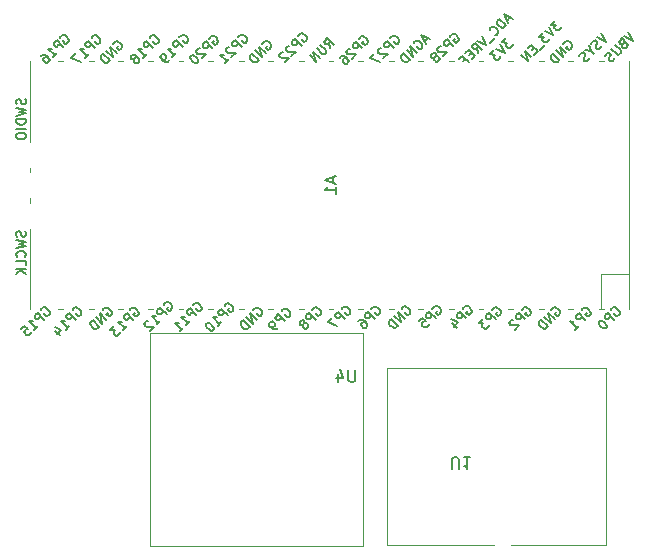
<source format=gbr>
%TF.GenerationSoftware,KiCad,Pcbnew,8.0.5*%
%TF.CreationDate,2024-11-28T19:31:39+00:00*%
%TF.ProjectId,ScoutAM,53636f75-7441-44d2-9e6b-696361645f70,rev?*%
%TF.SameCoordinates,Original*%
%TF.FileFunction,Legend,Bot*%
%TF.FilePolarity,Positive*%
%FSLAX46Y46*%
G04 Gerber Fmt 4.6, Leading zero omitted, Abs format (unit mm)*
G04 Created by KiCad (PCBNEW 8.0.5) date 2024-11-28 19:31:39*
%MOMM*%
%LPD*%
G01*
G04 APERTURE LIST*
G04 Aperture macros list*
%AMRoundRect*
0 Rectangle with rounded corners*
0 $1 Rounding radius*
0 $2 $3 $4 $5 $6 $7 $8 $9 X,Y pos of 4 corners*
0 Add a 4 corners polygon primitive as box body*
4,1,4,$2,$3,$4,$5,$6,$7,$8,$9,$2,$3,0*
0 Add four circle primitives for the rounded corners*
1,1,$1+$1,$2,$3*
1,1,$1+$1,$4,$5*
1,1,$1+$1,$6,$7*
1,1,$1+$1,$8,$9*
0 Add four rect primitives between the rounded corners*
20,1,$1+$1,$2,$3,$4,$5,0*
20,1,$1+$1,$4,$5,$6,$7,0*
20,1,$1+$1,$6,$7,$8,$9,0*
20,1,$1+$1,$8,$9,$2,$3,0*%
G04 Aperture macros list end*
%ADD10C,0.150000*%
%ADD11C,0.120000*%
%ADD12R,1.800000X1.800000*%
%ADD13C,1.800000*%
%ADD14RoundRect,0.250000X0.425000X1.600000X-0.425000X1.600000X-0.425000X-1.600000X0.425000X-1.600000X0*%
%ADD15C,1.500000*%
%ADD16R,1.600000X1.600000*%
%ADD17C,1.600000*%
%ADD18O,3.500000X2.200000*%
%ADD19R,2.500000X1.500000*%
%ADD20O,2.500000X1.500000*%
%ADD21C,3.500000*%
%ADD22R,1.700000X1.700000*%
%ADD23O,1.700000X1.700000*%
%ADD24C,1.524000*%
G04 APERTURE END LIST*
D10*
X109548095Y-103545180D02*
X109548095Y-102735657D01*
X109548095Y-102735657D02*
X109595714Y-102640419D01*
X109595714Y-102640419D02*
X109643333Y-102592800D01*
X109643333Y-102592800D02*
X109738571Y-102545180D01*
X109738571Y-102545180D02*
X109929047Y-102545180D01*
X109929047Y-102545180D02*
X110024285Y-102592800D01*
X110024285Y-102592800D02*
X110071904Y-102640419D01*
X110071904Y-102640419D02*
X110119523Y-102735657D01*
X110119523Y-102735657D02*
X110119523Y-103545180D01*
X111119523Y-102545180D02*
X110548095Y-102545180D01*
X110833809Y-102545180D02*
X110833809Y-103545180D01*
X110833809Y-103545180D02*
X110738571Y-103402323D01*
X110738571Y-103402323D02*
X110643333Y-103307085D01*
X110643333Y-103307085D02*
X110548095Y-103259466D01*
X101351904Y-95154819D02*
X101351904Y-95964342D01*
X101351904Y-95964342D02*
X101304285Y-96059580D01*
X101304285Y-96059580D02*
X101256666Y-96107200D01*
X101256666Y-96107200D02*
X101161428Y-96154819D01*
X101161428Y-96154819D02*
X100970952Y-96154819D01*
X100970952Y-96154819D02*
X100875714Y-96107200D01*
X100875714Y-96107200D02*
X100828095Y-96059580D01*
X100828095Y-96059580D02*
X100780476Y-95964342D01*
X100780476Y-95964342D02*
X100780476Y-95154819D01*
X99875714Y-95488152D02*
X99875714Y-96154819D01*
X100113809Y-95107200D02*
X100351904Y-95821485D01*
X100351904Y-95821485D02*
X99732857Y-95821485D01*
X99479104Y-78795714D02*
X99479104Y-79271904D01*
X99764819Y-78700476D02*
X98764819Y-79033809D01*
X98764819Y-79033809D02*
X99764819Y-79367142D01*
X99764819Y-80224285D02*
X99764819Y-79652857D01*
X99764819Y-79938571D02*
X98764819Y-79938571D01*
X98764819Y-79938571D02*
X98907676Y-79843333D01*
X98907676Y-79843333D02*
X99002914Y-79748095D01*
X99002914Y-79748095D02*
X99050533Y-79652857D01*
X80888431Y-67546435D02*
X80915368Y-67465623D01*
X80915368Y-67465623D02*
X80996180Y-67384811D01*
X80996180Y-67384811D02*
X81103930Y-67330936D01*
X81103930Y-67330936D02*
X81211680Y-67330936D01*
X81211680Y-67330936D02*
X81292492Y-67357873D01*
X81292492Y-67357873D02*
X81427179Y-67438685D01*
X81427179Y-67438685D02*
X81507991Y-67519498D01*
X81507991Y-67519498D02*
X81588803Y-67654185D01*
X81588803Y-67654185D02*
X81615741Y-67734997D01*
X81615741Y-67734997D02*
X81615741Y-67842746D01*
X81615741Y-67842746D02*
X81561866Y-67950496D01*
X81561866Y-67950496D02*
X81507991Y-68004371D01*
X81507991Y-68004371D02*
X81400241Y-68058246D01*
X81400241Y-68058246D02*
X81346367Y-68058246D01*
X81346367Y-68058246D02*
X81157805Y-67869684D01*
X81157805Y-67869684D02*
X81265554Y-67761934D01*
X81157805Y-68354557D02*
X80592119Y-67788872D01*
X80592119Y-67788872D02*
X80834556Y-68677806D01*
X80834556Y-68677806D02*
X80268871Y-68112120D01*
X80565182Y-68947180D02*
X79999497Y-68381494D01*
X79999497Y-68381494D02*
X79864810Y-68516181D01*
X79864810Y-68516181D02*
X79810935Y-68623931D01*
X79810935Y-68623931D02*
X79810935Y-68731680D01*
X79810935Y-68731680D02*
X79837872Y-68812493D01*
X79837872Y-68812493D02*
X79918685Y-68947180D01*
X79918685Y-68947180D02*
X79999497Y-69027992D01*
X79999497Y-69027992D02*
X80134184Y-69108804D01*
X80134184Y-69108804D02*
X80214996Y-69135741D01*
X80214996Y-69135741D02*
X80322746Y-69135741D01*
X80322746Y-69135741D02*
X80430495Y-69081867D01*
X80430495Y-69081867D02*
X80565182Y-68947180D01*
X77440868Y-90073998D02*
X77467805Y-89993185D01*
X77467805Y-89993185D02*
X77548618Y-89912373D01*
X77548618Y-89912373D02*
X77656367Y-89858498D01*
X77656367Y-89858498D02*
X77764117Y-89858498D01*
X77764117Y-89858498D02*
X77844929Y-89885436D01*
X77844929Y-89885436D02*
X77979616Y-89966248D01*
X77979616Y-89966248D02*
X78060428Y-90047060D01*
X78060428Y-90047060D02*
X78141241Y-90181747D01*
X78141241Y-90181747D02*
X78168178Y-90262560D01*
X78168178Y-90262560D02*
X78168178Y-90370309D01*
X78168178Y-90370309D02*
X78114303Y-90478059D01*
X78114303Y-90478059D02*
X78060428Y-90531934D01*
X78060428Y-90531934D02*
X77952679Y-90585808D01*
X77952679Y-90585808D02*
X77898804Y-90585808D01*
X77898804Y-90585808D02*
X77710242Y-90397247D01*
X77710242Y-90397247D02*
X77817992Y-90289497D01*
X77710242Y-90882120D02*
X77144557Y-90316434D01*
X77144557Y-90316434D02*
X76929057Y-90531934D01*
X76929057Y-90531934D02*
X76902120Y-90612746D01*
X76902120Y-90612746D02*
X76902120Y-90666621D01*
X76902120Y-90666621D02*
X76929057Y-90747433D01*
X76929057Y-90747433D02*
X77009870Y-90828245D01*
X77009870Y-90828245D02*
X77090682Y-90855182D01*
X77090682Y-90855182D02*
X77144557Y-90855182D01*
X77144557Y-90855182D02*
X77225369Y-90828245D01*
X77225369Y-90828245D02*
X77440868Y-90612746D01*
X76848245Y-91744117D02*
X77171494Y-91420868D01*
X77009870Y-91582492D02*
X76444184Y-91016807D01*
X76444184Y-91016807D02*
X76578871Y-91043744D01*
X76578871Y-91043744D02*
X76686621Y-91043744D01*
X76686621Y-91043744D02*
X76767433Y-91016807D01*
X75986248Y-91851866D02*
X76363372Y-92228990D01*
X75905436Y-91501680D02*
X76444184Y-91771054D01*
X76444184Y-91771054D02*
X76093998Y-92121240D01*
X123021494Y-90073372D02*
X123048431Y-89992560D01*
X123048431Y-89992560D02*
X123129243Y-89911748D01*
X123129243Y-89911748D02*
X123236993Y-89857873D01*
X123236993Y-89857873D02*
X123344742Y-89857873D01*
X123344742Y-89857873D02*
X123425555Y-89884810D01*
X123425555Y-89884810D02*
X123560242Y-89965623D01*
X123560242Y-89965623D02*
X123641054Y-90046435D01*
X123641054Y-90046435D02*
X123721866Y-90181122D01*
X123721866Y-90181122D02*
X123748803Y-90261934D01*
X123748803Y-90261934D02*
X123748803Y-90369684D01*
X123748803Y-90369684D02*
X123694929Y-90477433D01*
X123694929Y-90477433D02*
X123641054Y-90531308D01*
X123641054Y-90531308D02*
X123533304Y-90585183D01*
X123533304Y-90585183D02*
X123479429Y-90585183D01*
X123479429Y-90585183D02*
X123290868Y-90396621D01*
X123290868Y-90396621D02*
X123398617Y-90288871D01*
X123290868Y-90881494D02*
X122725182Y-90315809D01*
X122725182Y-90315809D02*
X122509683Y-90531308D01*
X122509683Y-90531308D02*
X122482746Y-90612120D01*
X122482746Y-90612120D02*
X122482746Y-90665995D01*
X122482746Y-90665995D02*
X122509683Y-90746807D01*
X122509683Y-90746807D02*
X122590495Y-90827619D01*
X122590495Y-90827619D02*
X122671307Y-90854557D01*
X122671307Y-90854557D02*
X122725182Y-90854557D01*
X122725182Y-90854557D02*
X122805994Y-90827619D01*
X122805994Y-90827619D02*
X123021494Y-90612120D01*
X122051747Y-90989244D02*
X121997872Y-91043119D01*
X121997872Y-91043119D02*
X121970935Y-91123931D01*
X121970935Y-91123931D02*
X121970935Y-91177806D01*
X121970935Y-91177806D02*
X121997872Y-91258618D01*
X121997872Y-91258618D02*
X122078685Y-91393305D01*
X122078685Y-91393305D02*
X122213372Y-91527992D01*
X122213372Y-91527992D02*
X122348059Y-91608804D01*
X122348059Y-91608804D02*
X122428871Y-91635741D01*
X122428871Y-91635741D02*
X122482746Y-91635741D01*
X122482746Y-91635741D02*
X122563558Y-91608804D01*
X122563558Y-91608804D02*
X122617433Y-91554929D01*
X122617433Y-91554929D02*
X122644370Y-91474117D01*
X122644370Y-91474117D02*
X122644370Y-91420242D01*
X122644370Y-91420242D02*
X122617433Y-91339430D01*
X122617433Y-91339430D02*
X122536620Y-91204743D01*
X122536620Y-91204743D02*
X122401933Y-91070056D01*
X122401933Y-91070056D02*
X122267246Y-90989244D01*
X122267246Y-90989244D02*
X122186434Y-90962306D01*
X122186434Y-90962306D02*
X122132559Y-90962306D01*
X122132559Y-90962306D02*
X122051747Y-90989244D01*
X99223710Y-67928651D02*
X99142898Y-67470716D01*
X99546959Y-67605403D02*
X98981274Y-67039717D01*
X98981274Y-67039717D02*
X98765775Y-67255216D01*
X98765775Y-67255216D02*
X98738837Y-67336029D01*
X98738837Y-67336029D02*
X98738837Y-67389903D01*
X98738837Y-67389903D02*
X98765775Y-67470716D01*
X98765775Y-67470716D02*
X98846587Y-67551528D01*
X98846587Y-67551528D02*
X98927399Y-67578465D01*
X98927399Y-67578465D02*
X98981274Y-67578465D01*
X98981274Y-67578465D02*
X99062086Y-67551528D01*
X99062086Y-67551528D02*
X99277585Y-67336029D01*
X98415588Y-67605403D02*
X98873524Y-68063338D01*
X98873524Y-68063338D02*
X98900462Y-68144151D01*
X98900462Y-68144151D02*
X98900462Y-68198025D01*
X98900462Y-68198025D02*
X98873524Y-68278838D01*
X98873524Y-68278838D02*
X98765775Y-68386587D01*
X98765775Y-68386587D02*
X98684962Y-68413525D01*
X98684962Y-68413525D02*
X98631088Y-68413525D01*
X98631088Y-68413525D02*
X98550275Y-68386587D01*
X98550275Y-68386587D02*
X98092340Y-67928651D01*
X98388651Y-68763711D02*
X97822966Y-68198025D01*
X97822966Y-68198025D02*
X98065402Y-69086959D01*
X98065402Y-69086959D02*
X97499717Y-68521274D01*
X95141494Y-90173372D02*
X95168431Y-90092560D01*
X95168431Y-90092560D02*
X95249243Y-90011748D01*
X95249243Y-90011748D02*
X95356993Y-89957873D01*
X95356993Y-89957873D02*
X95464742Y-89957873D01*
X95464742Y-89957873D02*
X95545555Y-89984810D01*
X95545555Y-89984810D02*
X95680242Y-90065623D01*
X95680242Y-90065623D02*
X95761054Y-90146435D01*
X95761054Y-90146435D02*
X95841866Y-90281122D01*
X95841866Y-90281122D02*
X95868803Y-90361934D01*
X95868803Y-90361934D02*
X95868803Y-90469684D01*
X95868803Y-90469684D02*
X95814929Y-90577433D01*
X95814929Y-90577433D02*
X95761054Y-90631308D01*
X95761054Y-90631308D02*
X95653304Y-90685183D01*
X95653304Y-90685183D02*
X95599429Y-90685183D01*
X95599429Y-90685183D02*
X95410868Y-90496621D01*
X95410868Y-90496621D02*
X95518617Y-90388871D01*
X95410868Y-90981494D02*
X94845182Y-90415809D01*
X94845182Y-90415809D02*
X94629683Y-90631308D01*
X94629683Y-90631308D02*
X94602746Y-90712120D01*
X94602746Y-90712120D02*
X94602746Y-90765995D01*
X94602746Y-90765995D02*
X94629683Y-90846807D01*
X94629683Y-90846807D02*
X94710495Y-90927619D01*
X94710495Y-90927619D02*
X94791307Y-90954557D01*
X94791307Y-90954557D02*
X94845182Y-90954557D01*
X94845182Y-90954557D02*
X94925994Y-90927619D01*
X94925994Y-90927619D02*
X95141494Y-90712120D01*
X94818245Y-91574117D02*
X94710495Y-91681867D01*
X94710495Y-91681867D02*
X94629683Y-91708804D01*
X94629683Y-91708804D02*
X94575808Y-91708804D01*
X94575808Y-91708804D02*
X94441121Y-91681867D01*
X94441121Y-91681867D02*
X94306434Y-91601054D01*
X94306434Y-91601054D02*
X94090935Y-91385555D01*
X94090935Y-91385555D02*
X94063998Y-91304743D01*
X94063998Y-91304743D02*
X94063998Y-91250868D01*
X94063998Y-91250868D02*
X94090935Y-91170056D01*
X94090935Y-91170056D02*
X94198685Y-91062306D01*
X94198685Y-91062306D02*
X94279497Y-91035369D01*
X94279497Y-91035369D02*
X94333372Y-91035369D01*
X94333372Y-91035369D02*
X94414184Y-91062306D01*
X94414184Y-91062306D02*
X94548871Y-91196993D01*
X94548871Y-91196993D02*
X94575808Y-91277806D01*
X94575808Y-91277806D02*
X94575808Y-91331680D01*
X94575808Y-91331680D02*
X94548871Y-91412493D01*
X94548871Y-91412493D02*
X94441121Y-91520242D01*
X94441121Y-91520242D02*
X94360309Y-91547180D01*
X94360309Y-91547180D02*
X94306434Y-91547180D01*
X94306434Y-91547180D02*
X94225622Y-91520242D01*
X120571494Y-90093372D02*
X120598431Y-90012560D01*
X120598431Y-90012560D02*
X120679243Y-89931748D01*
X120679243Y-89931748D02*
X120786993Y-89877873D01*
X120786993Y-89877873D02*
X120894742Y-89877873D01*
X120894742Y-89877873D02*
X120975555Y-89904810D01*
X120975555Y-89904810D02*
X121110242Y-89985623D01*
X121110242Y-89985623D02*
X121191054Y-90066435D01*
X121191054Y-90066435D02*
X121271866Y-90201122D01*
X121271866Y-90201122D02*
X121298803Y-90281934D01*
X121298803Y-90281934D02*
X121298803Y-90389684D01*
X121298803Y-90389684D02*
X121244929Y-90497433D01*
X121244929Y-90497433D02*
X121191054Y-90551308D01*
X121191054Y-90551308D02*
X121083304Y-90605183D01*
X121083304Y-90605183D02*
X121029429Y-90605183D01*
X121029429Y-90605183D02*
X120840868Y-90416621D01*
X120840868Y-90416621D02*
X120948617Y-90308871D01*
X120840868Y-90901494D02*
X120275182Y-90335809D01*
X120275182Y-90335809D02*
X120059683Y-90551308D01*
X120059683Y-90551308D02*
X120032746Y-90632120D01*
X120032746Y-90632120D02*
X120032746Y-90685995D01*
X120032746Y-90685995D02*
X120059683Y-90766807D01*
X120059683Y-90766807D02*
X120140495Y-90847619D01*
X120140495Y-90847619D02*
X120221307Y-90874557D01*
X120221307Y-90874557D02*
X120275182Y-90874557D01*
X120275182Y-90874557D02*
X120355994Y-90847619D01*
X120355994Y-90847619D02*
X120571494Y-90632120D01*
X119978871Y-91763491D02*
X120302120Y-91440242D01*
X120140495Y-91601867D02*
X119574810Y-91036181D01*
X119574810Y-91036181D02*
X119709497Y-91063119D01*
X119709497Y-91063119D02*
X119817246Y-91063119D01*
X119817246Y-91063119D02*
X119898059Y-91036181D01*
X74760868Y-90073998D02*
X74787805Y-89993185D01*
X74787805Y-89993185D02*
X74868618Y-89912373D01*
X74868618Y-89912373D02*
X74976367Y-89858498D01*
X74976367Y-89858498D02*
X75084117Y-89858498D01*
X75084117Y-89858498D02*
X75164929Y-89885436D01*
X75164929Y-89885436D02*
X75299616Y-89966248D01*
X75299616Y-89966248D02*
X75380428Y-90047060D01*
X75380428Y-90047060D02*
X75461241Y-90181747D01*
X75461241Y-90181747D02*
X75488178Y-90262560D01*
X75488178Y-90262560D02*
X75488178Y-90370309D01*
X75488178Y-90370309D02*
X75434303Y-90478059D01*
X75434303Y-90478059D02*
X75380428Y-90531934D01*
X75380428Y-90531934D02*
X75272679Y-90585808D01*
X75272679Y-90585808D02*
X75218804Y-90585808D01*
X75218804Y-90585808D02*
X75030242Y-90397247D01*
X75030242Y-90397247D02*
X75137992Y-90289497D01*
X75030242Y-90882120D02*
X74464557Y-90316434D01*
X74464557Y-90316434D02*
X74249057Y-90531934D01*
X74249057Y-90531934D02*
X74222120Y-90612746D01*
X74222120Y-90612746D02*
X74222120Y-90666621D01*
X74222120Y-90666621D02*
X74249057Y-90747433D01*
X74249057Y-90747433D02*
X74329870Y-90828245D01*
X74329870Y-90828245D02*
X74410682Y-90855182D01*
X74410682Y-90855182D02*
X74464557Y-90855182D01*
X74464557Y-90855182D02*
X74545369Y-90828245D01*
X74545369Y-90828245D02*
X74760868Y-90612746D01*
X74168245Y-91744117D02*
X74491494Y-91420868D01*
X74329870Y-91582492D02*
X73764184Y-91016807D01*
X73764184Y-91016807D02*
X73898871Y-91043744D01*
X73898871Y-91043744D02*
X74006621Y-91043744D01*
X74006621Y-91043744D02*
X74087433Y-91016807D01*
X73090749Y-91690242D02*
X73360123Y-91420868D01*
X73360123Y-91420868D02*
X73656434Y-91663305D01*
X73656434Y-91663305D02*
X73602560Y-91663305D01*
X73602560Y-91663305D02*
X73521747Y-91690242D01*
X73521747Y-91690242D02*
X73387060Y-91824929D01*
X73387060Y-91824929D02*
X73360123Y-91905741D01*
X73360123Y-91905741D02*
X73360123Y-91959616D01*
X73360123Y-91959616D02*
X73387060Y-92040428D01*
X73387060Y-92040428D02*
X73521747Y-92175115D01*
X73521747Y-92175115D02*
X73602560Y-92202053D01*
X73602560Y-92202053D02*
X73656434Y-92202053D01*
X73656434Y-92202053D02*
X73737247Y-92175115D01*
X73737247Y-92175115D02*
X73871934Y-92040428D01*
X73871934Y-92040428D02*
X73898871Y-91959616D01*
X73898871Y-91959616D02*
X73898871Y-91905741D01*
X83980868Y-67043998D02*
X84007805Y-66963185D01*
X84007805Y-66963185D02*
X84088618Y-66882373D01*
X84088618Y-66882373D02*
X84196367Y-66828498D01*
X84196367Y-66828498D02*
X84304117Y-66828498D01*
X84304117Y-66828498D02*
X84384929Y-66855436D01*
X84384929Y-66855436D02*
X84519616Y-66936248D01*
X84519616Y-66936248D02*
X84600428Y-67017060D01*
X84600428Y-67017060D02*
X84681241Y-67151747D01*
X84681241Y-67151747D02*
X84708178Y-67232560D01*
X84708178Y-67232560D02*
X84708178Y-67340309D01*
X84708178Y-67340309D02*
X84654303Y-67448059D01*
X84654303Y-67448059D02*
X84600428Y-67501934D01*
X84600428Y-67501934D02*
X84492679Y-67555808D01*
X84492679Y-67555808D02*
X84438804Y-67555808D01*
X84438804Y-67555808D02*
X84250242Y-67367247D01*
X84250242Y-67367247D02*
X84357992Y-67259497D01*
X84250242Y-67852120D02*
X83684557Y-67286434D01*
X83684557Y-67286434D02*
X83469057Y-67501934D01*
X83469057Y-67501934D02*
X83442120Y-67582746D01*
X83442120Y-67582746D02*
X83442120Y-67636621D01*
X83442120Y-67636621D02*
X83469057Y-67717433D01*
X83469057Y-67717433D02*
X83549870Y-67798245D01*
X83549870Y-67798245D02*
X83630682Y-67825182D01*
X83630682Y-67825182D02*
X83684557Y-67825182D01*
X83684557Y-67825182D02*
X83765369Y-67798245D01*
X83765369Y-67798245D02*
X83980868Y-67582746D01*
X83388245Y-68714117D02*
X83711494Y-68390868D01*
X83549870Y-68552492D02*
X82984184Y-67986807D01*
X82984184Y-67986807D02*
X83118871Y-68013744D01*
X83118871Y-68013744D02*
X83226621Y-68013744D01*
X83226621Y-68013744D02*
X83307433Y-67986807D01*
X82741747Y-68714117D02*
X82768685Y-68633305D01*
X82768685Y-68633305D02*
X82768685Y-68579430D01*
X82768685Y-68579430D02*
X82741747Y-68498618D01*
X82741747Y-68498618D02*
X82714810Y-68471680D01*
X82714810Y-68471680D02*
X82633998Y-68444743D01*
X82633998Y-68444743D02*
X82580123Y-68444743D01*
X82580123Y-68444743D02*
X82499311Y-68471680D01*
X82499311Y-68471680D02*
X82391561Y-68579430D01*
X82391561Y-68579430D02*
X82364624Y-68660242D01*
X82364624Y-68660242D02*
X82364624Y-68714117D01*
X82364624Y-68714117D02*
X82391561Y-68794929D01*
X82391561Y-68794929D02*
X82418499Y-68821866D01*
X82418499Y-68821866D02*
X82499311Y-68848804D01*
X82499311Y-68848804D02*
X82553186Y-68848804D01*
X82553186Y-68848804D02*
X82633998Y-68821866D01*
X82633998Y-68821866D02*
X82741747Y-68714117D01*
X82741747Y-68714117D02*
X82822560Y-68687179D01*
X82822560Y-68687179D02*
X82876434Y-68687179D01*
X82876434Y-68687179D02*
X82957247Y-68714117D01*
X82957247Y-68714117D02*
X83064996Y-68821866D01*
X83064996Y-68821866D02*
X83091934Y-68902679D01*
X83091934Y-68902679D02*
X83091934Y-68956553D01*
X83091934Y-68956553D02*
X83064996Y-69037366D01*
X83064996Y-69037366D02*
X82957247Y-69145115D01*
X82957247Y-69145115D02*
X82876434Y-69172053D01*
X82876434Y-69172053D02*
X82822560Y-69172053D01*
X82822560Y-69172053D02*
X82741747Y-69145115D01*
X82741747Y-69145115D02*
X82633998Y-69037366D01*
X82633998Y-69037366D02*
X82607060Y-68956553D01*
X82607060Y-68956553D02*
X82607060Y-68902679D01*
X82607060Y-68902679D02*
X82633998Y-68821866D01*
X105298431Y-89986435D02*
X105325368Y-89905623D01*
X105325368Y-89905623D02*
X105406180Y-89824811D01*
X105406180Y-89824811D02*
X105513930Y-89770936D01*
X105513930Y-89770936D02*
X105621680Y-89770936D01*
X105621680Y-89770936D02*
X105702492Y-89797873D01*
X105702492Y-89797873D02*
X105837179Y-89878685D01*
X105837179Y-89878685D02*
X105917991Y-89959498D01*
X105917991Y-89959498D02*
X105998803Y-90094185D01*
X105998803Y-90094185D02*
X106025741Y-90174997D01*
X106025741Y-90174997D02*
X106025741Y-90282746D01*
X106025741Y-90282746D02*
X105971866Y-90390496D01*
X105971866Y-90390496D02*
X105917991Y-90444371D01*
X105917991Y-90444371D02*
X105810241Y-90498246D01*
X105810241Y-90498246D02*
X105756367Y-90498246D01*
X105756367Y-90498246D02*
X105567805Y-90309684D01*
X105567805Y-90309684D02*
X105675554Y-90201934D01*
X105567805Y-90794557D02*
X105002119Y-90228872D01*
X105002119Y-90228872D02*
X105244556Y-91117806D01*
X105244556Y-91117806D02*
X104678871Y-90552120D01*
X104975182Y-91387180D02*
X104409497Y-90821494D01*
X104409497Y-90821494D02*
X104274810Y-90956181D01*
X104274810Y-90956181D02*
X104220935Y-91063931D01*
X104220935Y-91063931D02*
X104220935Y-91171680D01*
X104220935Y-91171680D02*
X104247872Y-91252493D01*
X104247872Y-91252493D02*
X104328685Y-91387180D01*
X104328685Y-91387180D02*
X104409497Y-91467992D01*
X104409497Y-91467992D02*
X104544184Y-91548804D01*
X104544184Y-91548804D02*
X104624996Y-91575741D01*
X104624996Y-91575741D02*
X104732746Y-91575741D01*
X104732746Y-91575741D02*
X104840495Y-91521867D01*
X104840495Y-91521867D02*
X104975182Y-91387180D01*
X97741494Y-90073372D02*
X97768431Y-89992560D01*
X97768431Y-89992560D02*
X97849243Y-89911748D01*
X97849243Y-89911748D02*
X97956993Y-89857873D01*
X97956993Y-89857873D02*
X98064742Y-89857873D01*
X98064742Y-89857873D02*
X98145555Y-89884810D01*
X98145555Y-89884810D02*
X98280242Y-89965623D01*
X98280242Y-89965623D02*
X98361054Y-90046435D01*
X98361054Y-90046435D02*
X98441866Y-90181122D01*
X98441866Y-90181122D02*
X98468803Y-90261934D01*
X98468803Y-90261934D02*
X98468803Y-90369684D01*
X98468803Y-90369684D02*
X98414929Y-90477433D01*
X98414929Y-90477433D02*
X98361054Y-90531308D01*
X98361054Y-90531308D02*
X98253304Y-90585183D01*
X98253304Y-90585183D02*
X98199429Y-90585183D01*
X98199429Y-90585183D02*
X98010868Y-90396621D01*
X98010868Y-90396621D02*
X98118617Y-90288871D01*
X98010868Y-90881494D02*
X97445182Y-90315809D01*
X97445182Y-90315809D02*
X97229683Y-90531308D01*
X97229683Y-90531308D02*
X97202746Y-90612120D01*
X97202746Y-90612120D02*
X97202746Y-90665995D01*
X97202746Y-90665995D02*
X97229683Y-90746807D01*
X97229683Y-90746807D02*
X97310495Y-90827619D01*
X97310495Y-90827619D02*
X97391307Y-90854557D01*
X97391307Y-90854557D02*
X97445182Y-90854557D01*
X97445182Y-90854557D02*
X97525994Y-90827619D01*
X97525994Y-90827619D02*
X97741494Y-90612120D01*
X97041121Y-91204743D02*
X97068059Y-91123931D01*
X97068059Y-91123931D02*
X97068059Y-91070056D01*
X97068059Y-91070056D02*
X97041121Y-90989244D01*
X97041121Y-90989244D02*
X97014184Y-90962306D01*
X97014184Y-90962306D02*
X96933372Y-90935369D01*
X96933372Y-90935369D02*
X96879497Y-90935369D01*
X96879497Y-90935369D02*
X96798685Y-90962306D01*
X96798685Y-90962306D02*
X96690935Y-91070056D01*
X96690935Y-91070056D02*
X96663998Y-91150868D01*
X96663998Y-91150868D02*
X96663998Y-91204743D01*
X96663998Y-91204743D02*
X96690935Y-91285555D01*
X96690935Y-91285555D02*
X96717872Y-91312493D01*
X96717872Y-91312493D02*
X96798685Y-91339430D01*
X96798685Y-91339430D02*
X96852559Y-91339430D01*
X96852559Y-91339430D02*
X96933372Y-91312493D01*
X96933372Y-91312493D02*
X97041121Y-91204743D01*
X97041121Y-91204743D02*
X97121933Y-91177806D01*
X97121933Y-91177806D02*
X97175808Y-91177806D01*
X97175808Y-91177806D02*
X97256620Y-91204743D01*
X97256620Y-91204743D02*
X97364370Y-91312493D01*
X97364370Y-91312493D02*
X97391307Y-91393305D01*
X97391307Y-91393305D02*
X97391307Y-91447180D01*
X97391307Y-91447180D02*
X97364370Y-91527992D01*
X97364370Y-91527992D02*
X97256620Y-91635741D01*
X97256620Y-91635741D02*
X97175808Y-91662679D01*
X97175808Y-91662679D02*
X97121933Y-91662679D01*
X97121933Y-91662679D02*
X97041121Y-91635741D01*
X97041121Y-91635741D02*
X96933372Y-91527992D01*
X96933372Y-91527992D02*
X96906434Y-91447180D01*
X96906434Y-91447180D02*
X96906434Y-91393305D01*
X96906434Y-91393305D02*
X96933372Y-91312493D01*
X110501494Y-89963372D02*
X110528431Y-89882560D01*
X110528431Y-89882560D02*
X110609243Y-89801748D01*
X110609243Y-89801748D02*
X110716993Y-89747873D01*
X110716993Y-89747873D02*
X110824742Y-89747873D01*
X110824742Y-89747873D02*
X110905555Y-89774810D01*
X110905555Y-89774810D02*
X111040242Y-89855623D01*
X111040242Y-89855623D02*
X111121054Y-89936435D01*
X111121054Y-89936435D02*
X111201866Y-90071122D01*
X111201866Y-90071122D02*
X111228803Y-90151934D01*
X111228803Y-90151934D02*
X111228803Y-90259684D01*
X111228803Y-90259684D02*
X111174929Y-90367433D01*
X111174929Y-90367433D02*
X111121054Y-90421308D01*
X111121054Y-90421308D02*
X111013304Y-90475183D01*
X111013304Y-90475183D02*
X110959429Y-90475183D01*
X110959429Y-90475183D02*
X110770868Y-90286621D01*
X110770868Y-90286621D02*
X110878617Y-90178871D01*
X110770868Y-90771494D02*
X110205182Y-90205809D01*
X110205182Y-90205809D02*
X109989683Y-90421308D01*
X109989683Y-90421308D02*
X109962746Y-90502120D01*
X109962746Y-90502120D02*
X109962746Y-90555995D01*
X109962746Y-90555995D02*
X109989683Y-90636807D01*
X109989683Y-90636807D02*
X110070495Y-90717619D01*
X110070495Y-90717619D02*
X110151307Y-90744557D01*
X110151307Y-90744557D02*
X110205182Y-90744557D01*
X110205182Y-90744557D02*
X110285994Y-90717619D01*
X110285994Y-90717619D02*
X110501494Y-90502120D01*
X109585622Y-91202493D02*
X109962746Y-91579616D01*
X109504810Y-90852306D02*
X110043558Y-91121680D01*
X110043558Y-91121680D02*
X109693372Y-91471867D01*
X82300868Y-90103998D02*
X82327805Y-90023185D01*
X82327805Y-90023185D02*
X82408618Y-89942373D01*
X82408618Y-89942373D02*
X82516367Y-89888498D01*
X82516367Y-89888498D02*
X82624117Y-89888498D01*
X82624117Y-89888498D02*
X82704929Y-89915436D01*
X82704929Y-89915436D02*
X82839616Y-89996248D01*
X82839616Y-89996248D02*
X82920428Y-90077060D01*
X82920428Y-90077060D02*
X83001241Y-90211747D01*
X83001241Y-90211747D02*
X83028178Y-90292560D01*
X83028178Y-90292560D02*
X83028178Y-90400309D01*
X83028178Y-90400309D02*
X82974303Y-90508059D01*
X82974303Y-90508059D02*
X82920428Y-90561934D01*
X82920428Y-90561934D02*
X82812679Y-90615808D01*
X82812679Y-90615808D02*
X82758804Y-90615808D01*
X82758804Y-90615808D02*
X82570242Y-90427247D01*
X82570242Y-90427247D02*
X82677992Y-90319497D01*
X82570242Y-90912120D02*
X82004557Y-90346434D01*
X82004557Y-90346434D02*
X81789057Y-90561934D01*
X81789057Y-90561934D02*
X81762120Y-90642746D01*
X81762120Y-90642746D02*
X81762120Y-90696621D01*
X81762120Y-90696621D02*
X81789057Y-90777433D01*
X81789057Y-90777433D02*
X81869870Y-90858245D01*
X81869870Y-90858245D02*
X81950682Y-90885182D01*
X81950682Y-90885182D02*
X82004557Y-90885182D01*
X82004557Y-90885182D02*
X82085369Y-90858245D01*
X82085369Y-90858245D02*
X82300868Y-90642746D01*
X81708245Y-91774117D02*
X82031494Y-91450868D01*
X81869870Y-91612492D02*
X81304184Y-91046807D01*
X81304184Y-91046807D02*
X81438871Y-91073744D01*
X81438871Y-91073744D02*
X81546621Y-91073744D01*
X81546621Y-91073744D02*
X81627433Y-91046807D01*
X80953998Y-91396993D02*
X80603812Y-91747179D01*
X80603812Y-91747179D02*
X81007873Y-91774117D01*
X81007873Y-91774117D02*
X80927060Y-91854929D01*
X80927060Y-91854929D02*
X80900123Y-91935741D01*
X80900123Y-91935741D02*
X80900123Y-91989616D01*
X80900123Y-91989616D02*
X80927060Y-92070428D01*
X80927060Y-92070428D02*
X81061747Y-92205115D01*
X81061747Y-92205115D02*
X81142560Y-92232053D01*
X81142560Y-92232053D02*
X81196434Y-92232053D01*
X81196434Y-92232053D02*
X81277247Y-92205115D01*
X81277247Y-92205115D02*
X81438871Y-92043491D01*
X81438871Y-92043491D02*
X81465808Y-91962679D01*
X81465808Y-91962679D02*
X81465808Y-91908804D01*
X86480868Y-66993998D02*
X86507805Y-66913185D01*
X86507805Y-66913185D02*
X86588618Y-66832373D01*
X86588618Y-66832373D02*
X86696367Y-66778498D01*
X86696367Y-66778498D02*
X86804117Y-66778498D01*
X86804117Y-66778498D02*
X86884929Y-66805436D01*
X86884929Y-66805436D02*
X87019616Y-66886248D01*
X87019616Y-66886248D02*
X87100428Y-66967060D01*
X87100428Y-66967060D02*
X87181241Y-67101747D01*
X87181241Y-67101747D02*
X87208178Y-67182560D01*
X87208178Y-67182560D02*
X87208178Y-67290309D01*
X87208178Y-67290309D02*
X87154303Y-67398059D01*
X87154303Y-67398059D02*
X87100428Y-67451934D01*
X87100428Y-67451934D02*
X86992679Y-67505808D01*
X86992679Y-67505808D02*
X86938804Y-67505808D01*
X86938804Y-67505808D02*
X86750242Y-67317247D01*
X86750242Y-67317247D02*
X86857992Y-67209497D01*
X86750242Y-67802120D02*
X86184557Y-67236434D01*
X86184557Y-67236434D02*
X85969057Y-67451934D01*
X85969057Y-67451934D02*
X85942120Y-67532746D01*
X85942120Y-67532746D02*
X85942120Y-67586621D01*
X85942120Y-67586621D02*
X85969057Y-67667433D01*
X85969057Y-67667433D02*
X86049870Y-67748245D01*
X86049870Y-67748245D02*
X86130682Y-67775182D01*
X86130682Y-67775182D02*
X86184557Y-67775182D01*
X86184557Y-67775182D02*
X86265369Y-67748245D01*
X86265369Y-67748245D02*
X86480868Y-67532746D01*
X85888245Y-68664117D02*
X86211494Y-68340868D01*
X86049870Y-68502492D02*
X85484184Y-67936807D01*
X85484184Y-67936807D02*
X85618871Y-67963744D01*
X85618871Y-67963744D02*
X85726621Y-67963744D01*
X85726621Y-67963744D02*
X85807433Y-67936807D01*
X85618871Y-68933491D02*
X85511121Y-69041240D01*
X85511121Y-69041240D02*
X85430309Y-69068178D01*
X85430309Y-69068178D02*
X85376434Y-69068178D01*
X85376434Y-69068178D02*
X85241747Y-69041240D01*
X85241747Y-69041240D02*
X85107060Y-68960428D01*
X85107060Y-68960428D02*
X84891561Y-68744929D01*
X84891561Y-68744929D02*
X84864624Y-68664117D01*
X84864624Y-68664117D02*
X84864624Y-68610242D01*
X84864624Y-68610242D02*
X84891561Y-68529430D01*
X84891561Y-68529430D02*
X84999311Y-68421680D01*
X84999311Y-68421680D02*
X85080123Y-68394743D01*
X85080123Y-68394743D02*
X85133998Y-68394743D01*
X85133998Y-68394743D02*
X85214810Y-68421680D01*
X85214810Y-68421680D02*
X85349497Y-68556367D01*
X85349497Y-68556367D02*
X85376434Y-68637179D01*
X85376434Y-68637179D02*
X85376434Y-68691054D01*
X85376434Y-68691054D02*
X85349497Y-68771866D01*
X85349497Y-68771866D02*
X85241747Y-68879616D01*
X85241747Y-68879616D02*
X85160935Y-68906553D01*
X85160935Y-68906553D02*
X85107060Y-68906553D01*
X85107060Y-68906553D02*
X85026248Y-68879616D01*
X124497585Y-66503406D02*
X124874709Y-67257653D01*
X124874709Y-67257653D02*
X124120462Y-66880529D01*
X124012712Y-67527027D02*
X123958838Y-67634776D01*
X123958838Y-67634776D02*
X123958838Y-67688651D01*
X123958838Y-67688651D02*
X123985775Y-67769463D01*
X123985775Y-67769463D02*
X124066587Y-67850276D01*
X124066587Y-67850276D02*
X124147399Y-67877213D01*
X124147399Y-67877213D02*
X124201274Y-67877213D01*
X124201274Y-67877213D02*
X124282086Y-67850276D01*
X124282086Y-67850276D02*
X124497586Y-67634776D01*
X124497586Y-67634776D02*
X123931900Y-67069091D01*
X123931900Y-67069091D02*
X123743338Y-67257653D01*
X123743338Y-67257653D02*
X123716401Y-67338465D01*
X123716401Y-67338465D02*
X123716401Y-67392340D01*
X123716401Y-67392340D02*
X123743338Y-67473152D01*
X123743338Y-67473152D02*
X123797213Y-67527027D01*
X123797213Y-67527027D02*
X123878025Y-67553964D01*
X123878025Y-67553964D02*
X123931900Y-67553964D01*
X123931900Y-67553964D02*
X124012712Y-67527027D01*
X124012712Y-67527027D02*
X124201274Y-67338465D01*
X123366215Y-67634776D02*
X123824151Y-68092712D01*
X123824151Y-68092712D02*
X123851088Y-68173524D01*
X123851088Y-68173524D02*
X123851088Y-68227399D01*
X123851088Y-68227399D02*
X123824151Y-68308211D01*
X123824151Y-68308211D02*
X123716401Y-68415961D01*
X123716401Y-68415961D02*
X123635589Y-68442898D01*
X123635589Y-68442898D02*
X123581714Y-68442898D01*
X123581714Y-68442898D02*
X123500902Y-68415961D01*
X123500902Y-68415961D02*
X123042966Y-67958025D01*
X123339277Y-68739210D02*
X123285403Y-68846959D01*
X123285403Y-68846959D02*
X123150716Y-68981646D01*
X123150716Y-68981646D02*
X123069903Y-69008584D01*
X123069903Y-69008584D02*
X123016029Y-69008584D01*
X123016029Y-69008584D02*
X122935216Y-68981646D01*
X122935216Y-68981646D02*
X122881342Y-68927771D01*
X122881342Y-68927771D02*
X122854404Y-68846959D01*
X122854404Y-68846959D02*
X122854404Y-68793084D01*
X122854404Y-68793084D02*
X122881342Y-68712272D01*
X122881342Y-68712272D02*
X122962154Y-68577585D01*
X122962154Y-68577585D02*
X122989091Y-68496773D01*
X122989091Y-68496773D02*
X122989091Y-68442898D01*
X122989091Y-68442898D02*
X122962154Y-68362086D01*
X122962154Y-68362086D02*
X122908279Y-68308211D01*
X122908279Y-68308211D02*
X122827467Y-68281274D01*
X122827467Y-68281274D02*
X122773592Y-68281274D01*
X122773592Y-68281274D02*
X122692780Y-68308211D01*
X122692780Y-68308211D02*
X122558093Y-68442898D01*
X122558093Y-68442898D02*
X122504218Y-68550648D01*
X118978431Y-67526435D02*
X119005368Y-67445623D01*
X119005368Y-67445623D02*
X119086180Y-67364811D01*
X119086180Y-67364811D02*
X119193930Y-67310936D01*
X119193930Y-67310936D02*
X119301680Y-67310936D01*
X119301680Y-67310936D02*
X119382492Y-67337873D01*
X119382492Y-67337873D02*
X119517179Y-67418685D01*
X119517179Y-67418685D02*
X119597991Y-67499498D01*
X119597991Y-67499498D02*
X119678803Y-67634185D01*
X119678803Y-67634185D02*
X119705741Y-67714997D01*
X119705741Y-67714997D02*
X119705741Y-67822746D01*
X119705741Y-67822746D02*
X119651866Y-67930496D01*
X119651866Y-67930496D02*
X119597991Y-67984371D01*
X119597991Y-67984371D02*
X119490241Y-68038246D01*
X119490241Y-68038246D02*
X119436367Y-68038246D01*
X119436367Y-68038246D02*
X119247805Y-67849684D01*
X119247805Y-67849684D02*
X119355554Y-67741934D01*
X119247805Y-68334557D02*
X118682119Y-67768872D01*
X118682119Y-67768872D02*
X118924556Y-68657806D01*
X118924556Y-68657806D02*
X118358871Y-68092120D01*
X118655182Y-68927180D02*
X118089497Y-68361494D01*
X118089497Y-68361494D02*
X117954810Y-68496181D01*
X117954810Y-68496181D02*
X117900935Y-68603931D01*
X117900935Y-68603931D02*
X117900935Y-68711680D01*
X117900935Y-68711680D02*
X117927872Y-68792493D01*
X117927872Y-68792493D02*
X118008685Y-68927180D01*
X118008685Y-68927180D02*
X118089497Y-69007992D01*
X118089497Y-69007992D02*
X118224184Y-69088804D01*
X118224184Y-69088804D02*
X118304996Y-69115741D01*
X118304996Y-69115741D02*
X118412746Y-69115741D01*
X118412746Y-69115741D02*
X118520495Y-69061867D01*
X118520495Y-69061867D02*
X118655182Y-68927180D01*
X107511240Y-67047873D02*
X107241866Y-67317247D01*
X107726739Y-67155623D02*
X106972492Y-66778499D01*
X106972492Y-66778499D02*
X107349615Y-67532746D01*
X106325994Y-67478871D02*
X106352932Y-67398059D01*
X106352932Y-67398059D02*
X106433744Y-67317247D01*
X106433744Y-67317247D02*
X106541494Y-67263372D01*
X106541494Y-67263372D02*
X106649243Y-67263372D01*
X106649243Y-67263372D02*
X106730055Y-67290310D01*
X106730055Y-67290310D02*
X106864742Y-67371122D01*
X106864742Y-67371122D02*
X106945555Y-67451934D01*
X106945555Y-67451934D02*
X107026367Y-67586621D01*
X107026367Y-67586621D02*
X107053304Y-67667433D01*
X107053304Y-67667433D02*
X107053304Y-67775183D01*
X107053304Y-67775183D02*
X106999429Y-67882932D01*
X106999429Y-67882932D02*
X106945555Y-67936807D01*
X106945555Y-67936807D02*
X106837805Y-67990682D01*
X106837805Y-67990682D02*
X106783930Y-67990682D01*
X106783930Y-67990682D02*
X106595368Y-67802120D01*
X106595368Y-67802120D02*
X106703118Y-67694371D01*
X106595368Y-68286993D02*
X106029683Y-67721308D01*
X106029683Y-67721308D02*
X106272120Y-68610242D01*
X106272120Y-68610242D02*
X105706434Y-68044557D01*
X106002746Y-68879616D02*
X105437060Y-68313931D01*
X105437060Y-68313931D02*
X105302373Y-68448618D01*
X105302373Y-68448618D02*
X105248498Y-68556367D01*
X105248498Y-68556367D02*
X105248498Y-68664117D01*
X105248498Y-68664117D02*
X105275436Y-68744929D01*
X105275436Y-68744929D02*
X105356248Y-68879616D01*
X105356248Y-68879616D02*
X105437060Y-68960428D01*
X105437060Y-68960428D02*
X105571747Y-69041241D01*
X105571747Y-69041241D02*
X105652560Y-69068178D01*
X105652560Y-69068178D02*
X105760309Y-69068178D01*
X105760309Y-69068178D02*
X105868059Y-69014303D01*
X105868059Y-69014303D02*
X106002746Y-68879616D01*
X100221494Y-89993372D02*
X100248431Y-89912560D01*
X100248431Y-89912560D02*
X100329243Y-89831748D01*
X100329243Y-89831748D02*
X100436993Y-89777873D01*
X100436993Y-89777873D02*
X100544742Y-89777873D01*
X100544742Y-89777873D02*
X100625555Y-89804810D01*
X100625555Y-89804810D02*
X100760242Y-89885623D01*
X100760242Y-89885623D02*
X100841054Y-89966435D01*
X100841054Y-89966435D02*
X100921866Y-90101122D01*
X100921866Y-90101122D02*
X100948803Y-90181934D01*
X100948803Y-90181934D02*
X100948803Y-90289684D01*
X100948803Y-90289684D02*
X100894929Y-90397433D01*
X100894929Y-90397433D02*
X100841054Y-90451308D01*
X100841054Y-90451308D02*
X100733304Y-90505183D01*
X100733304Y-90505183D02*
X100679429Y-90505183D01*
X100679429Y-90505183D02*
X100490868Y-90316621D01*
X100490868Y-90316621D02*
X100598617Y-90208871D01*
X100490868Y-90801494D02*
X99925182Y-90235809D01*
X99925182Y-90235809D02*
X99709683Y-90451308D01*
X99709683Y-90451308D02*
X99682746Y-90532120D01*
X99682746Y-90532120D02*
X99682746Y-90585995D01*
X99682746Y-90585995D02*
X99709683Y-90666807D01*
X99709683Y-90666807D02*
X99790495Y-90747619D01*
X99790495Y-90747619D02*
X99871307Y-90774557D01*
X99871307Y-90774557D02*
X99925182Y-90774557D01*
X99925182Y-90774557D02*
X100005994Y-90747619D01*
X100005994Y-90747619D02*
X100221494Y-90532120D01*
X99413372Y-90747619D02*
X99036248Y-91124743D01*
X99036248Y-91124743D02*
X99844370Y-91447992D01*
X91470868Y-66973998D02*
X91497805Y-66893185D01*
X91497805Y-66893185D02*
X91578618Y-66812373D01*
X91578618Y-66812373D02*
X91686367Y-66758498D01*
X91686367Y-66758498D02*
X91794117Y-66758498D01*
X91794117Y-66758498D02*
X91874929Y-66785436D01*
X91874929Y-66785436D02*
X92009616Y-66866248D01*
X92009616Y-66866248D02*
X92090428Y-66947060D01*
X92090428Y-66947060D02*
X92171241Y-67081747D01*
X92171241Y-67081747D02*
X92198178Y-67162560D01*
X92198178Y-67162560D02*
X92198178Y-67270309D01*
X92198178Y-67270309D02*
X92144303Y-67378059D01*
X92144303Y-67378059D02*
X92090428Y-67431934D01*
X92090428Y-67431934D02*
X91982679Y-67485808D01*
X91982679Y-67485808D02*
X91928804Y-67485808D01*
X91928804Y-67485808D02*
X91740242Y-67297247D01*
X91740242Y-67297247D02*
X91847992Y-67189497D01*
X91740242Y-67782120D02*
X91174557Y-67216434D01*
X91174557Y-67216434D02*
X90959057Y-67431934D01*
X90959057Y-67431934D02*
X90932120Y-67512746D01*
X90932120Y-67512746D02*
X90932120Y-67566621D01*
X90932120Y-67566621D02*
X90959057Y-67647433D01*
X90959057Y-67647433D02*
X91039870Y-67728245D01*
X91039870Y-67728245D02*
X91120682Y-67755182D01*
X91120682Y-67755182D02*
X91174557Y-67755182D01*
X91174557Y-67755182D02*
X91255369Y-67728245D01*
X91255369Y-67728245D02*
X91470868Y-67512746D01*
X90689683Y-67809057D02*
X90635809Y-67809057D01*
X90635809Y-67809057D02*
X90554996Y-67835995D01*
X90554996Y-67835995D02*
X90420309Y-67970682D01*
X90420309Y-67970682D02*
X90393372Y-68051494D01*
X90393372Y-68051494D02*
X90393372Y-68105369D01*
X90393372Y-68105369D02*
X90420309Y-68186181D01*
X90420309Y-68186181D02*
X90474184Y-68240056D01*
X90474184Y-68240056D02*
X90581934Y-68293930D01*
X90581934Y-68293930D02*
X91228431Y-68293930D01*
X91228431Y-68293930D02*
X90878245Y-68644117D01*
X90339497Y-69182865D02*
X90662746Y-68859616D01*
X90501121Y-69021240D02*
X89935436Y-68455555D01*
X89935436Y-68455555D02*
X90070123Y-68482492D01*
X90070123Y-68482492D02*
X90177873Y-68482492D01*
X90177873Y-68482492D02*
X90258685Y-68455555D01*
X76370868Y-67003998D02*
X76397805Y-66923185D01*
X76397805Y-66923185D02*
X76478618Y-66842373D01*
X76478618Y-66842373D02*
X76586367Y-66788498D01*
X76586367Y-66788498D02*
X76694117Y-66788498D01*
X76694117Y-66788498D02*
X76774929Y-66815436D01*
X76774929Y-66815436D02*
X76909616Y-66896248D01*
X76909616Y-66896248D02*
X76990428Y-66977060D01*
X76990428Y-66977060D02*
X77071241Y-67111747D01*
X77071241Y-67111747D02*
X77098178Y-67192560D01*
X77098178Y-67192560D02*
X77098178Y-67300309D01*
X77098178Y-67300309D02*
X77044303Y-67408059D01*
X77044303Y-67408059D02*
X76990428Y-67461934D01*
X76990428Y-67461934D02*
X76882679Y-67515808D01*
X76882679Y-67515808D02*
X76828804Y-67515808D01*
X76828804Y-67515808D02*
X76640242Y-67327247D01*
X76640242Y-67327247D02*
X76747992Y-67219497D01*
X76640242Y-67812120D02*
X76074557Y-67246434D01*
X76074557Y-67246434D02*
X75859057Y-67461934D01*
X75859057Y-67461934D02*
X75832120Y-67542746D01*
X75832120Y-67542746D02*
X75832120Y-67596621D01*
X75832120Y-67596621D02*
X75859057Y-67677433D01*
X75859057Y-67677433D02*
X75939870Y-67758245D01*
X75939870Y-67758245D02*
X76020682Y-67785182D01*
X76020682Y-67785182D02*
X76074557Y-67785182D01*
X76074557Y-67785182D02*
X76155369Y-67758245D01*
X76155369Y-67758245D02*
X76370868Y-67542746D01*
X75778245Y-68674117D02*
X76101494Y-68350868D01*
X75939870Y-68512492D02*
X75374184Y-67946807D01*
X75374184Y-67946807D02*
X75508871Y-67973744D01*
X75508871Y-67973744D02*
X75616621Y-67973744D01*
X75616621Y-67973744D02*
X75697433Y-67946807D01*
X74727686Y-68593305D02*
X74835436Y-68485555D01*
X74835436Y-68485555D02*
X74916248Y-68458618D01*
X74916248Y-68458618D02*
X74970123Y-68458618D01*
X74970123Y-68458618D02*
X75104810Y-68485555D01*
X75104810Y-68485555D02*
X75239497Y-68566367D01*
X75239497Y-68566367D02*
X75454996Y-68781866D01*
X75454996Y-68781866D02*
X75481934Y-68862679D01*
X75481934Y-68862679D02*
X75481934Y-68916553D01*
X75481934Y-68916553D02*
X75454996Y-68997366D01*
X75454996Y-68997366D02*
X75347247Y-69105115D01*
X75347247Y-69105115D02*
X75266434Y-69132053D01*
X75266434Y-69132053D02*
X75212560Y-69132053D01*
X75212560Y-69132053D02*
X75131747Y-69105115D01*
X75131747Y-69105115D02*
X74997060Y-68970428D01*
X74997060Y-68970428D02*
X74970123Y-68889616D01*
X74970123Y-68889616D02*
X74970123Y-68835741D01*
X74970123Y-68835741D02*
X74997060Y-68754929D01*
X74997060Y-68754929D02*
X75104810Y-68647179D01*
X75104810Y-68647179D02*
X75185622Y-68620242D01*
X75185622Y-68620242D02*
X75239497Y-68620242D01*
X75239497Y-68620242D02*
X75320309Y-68647179D01*
X114484049Y-65305064D02*
X114214675Y-65574438D01*
X114699549Y-65412813D02*
X113945301Y-65035690D01*
X113945301Y-65035690D02*
X114322425Y-65789937D01*
X114133863Y-65978499D02*
X113568178Y-65412813D01*
X113568178Y-65412813D02*
X113433491Y-65547500D01*
X113433491Y-65547500D02*
X113379616Y-65655250D01*
X113379616Y-65655250D02*
X113379616Y-65762999D01*
X113379616Y-65762999D02*
X113406553Y-65843812D01*
X113406553Y-65843812D02*
X113487366Y-65978499D01*
X113487366Y-65978499D02*
X113568178Y-66059311D01*
X113568178Y-66059311D02*
X113702865Y-66140123D01*
X113702865Y-66140123D02*
X113783677Y-66167060D01*
X113783677Y-66167060D02*
X113891427Y-66167060D01*
X113891427Y-66167060D02*
X113999176Y-66113186D01*
X113999176Y-66113186D02*
X114133863Y-65978499D01*
X113191054Y-66813558D02*
X113244929Y-66813558D01*
X113244929Y-66813558D02*
X113352679Y-66759683D01*
X113352679Y-66759683D02*
X113406553Y-66705808D01*
X113406553Y-66705808D02*
X113460428Y-66598059D01*
X113460428Y-66598059D02*
X113460428Y-66490309D01*
X113460428Y-66490309D02*
X113433491Y-66409497D01*
X113433491Y-66409497D02*
X113352679Y-66274810D01*
X113352679Y-66274810D02*
X113271866Y-66193998D01*
X113271866Y-66193998D02*
X113137179Y-66113186D01*
X113137179Y-66113186D02*
X113056367Y-66086248D01*
X113056367Y-66086248D02*
X112948618Y-66086248D01*
X112948618Y-66086248D02*
X112840868Y-66140123D01*
X112840868Y-66140123D02*
X112786993Y-66193998D01*
X112786993Y-66193998D02*
X112733118Y-66301747D01*
X112733118Y-66301747D02*
X112733118Y-66355622D01*
X113191054Y-67029057D02*
X112760056Y-67460056D01*
X112086621Y-66894370D02*
X112463744Y-67648618D01*
X112463744Y-67648618D02*
X111709497Y-67271494D01*
X111763372Y-68348990D02*
X111682560Y-67891054D01*
X112086621Y-68025741D02*
X111520935Y-67460056D01*
X111520935Y-67460056D02*
X111305436Y-67675555D01*
X111305436Y-67675555D02*
X111278499Y-67756367D01*
X111278499Y-67756367D02*
X111278499Y-67810242D01*
X111278499Y-67810242D02*
X111305436Y-67891054D01*
X111305436Y-67891054D02*
X111386248Y-67971866D01*
X111386248Y-67971866D02*
X111467061Y-67998804D01*
X111467061Y-67998804D02*
X111520935Y-67998804D01*
X111520935Y-67998804D02*
X111601748Y-67971866D01*
X111601748Y-67971866D02*
X111817247Y-67756367D01*
X111224624Y-68295115D02*
X111036062Y-68483677D01*
X111251561Y-68860800D02*
X111520935Y-68591426D01*
X111520935Y-68591426D02*
X110955250Y-68025741D01*
X110955250Y-68025741D02*
X110685876Y-68295115D01*
X110524251Y-68995488D02*
X110712813Y-68806926D01*
X111009125Y-69103237D02*
X110443439Y-68537552D01*
X110443439Y-68537552D02*
X110174065Y-68806926D01*
X85130868Y-89623998D02*
X85157805Y-89543185D01*
X85157805Y-89543185D02*
X85238618Y-89462373D01*
X85238618Y-89462373D02*
X85346367Y-89408498D01*
X85346367Y-89408498D02*
X85454117Y-89408498D01*
X85454117Y-89408498D02*
X85534929Y-89435436D01*
X85534929Y-89435436D02*
X85669616Y-89516248D01*
X85669616Y-89516248D02*
X85750428Y-89597060D01*
X85750428Y-89597060D02*
X85831241Y-89731747D01*
X85831241Y-89731747D02*
X85858178Y-89812560D01*
X85858178Y-89812560D02*
X85858178Y-89920309D01*
X85858178Y-89920309D02*
X85804303Y-90028059D01*
X85804303Y-90028059D02*
X85750428Y-90081934D01*
X85750428Y-90081934D02*
X85642679Y-90135808D01*
X85642679Y-90135808D02*
X85588804Y-90135808D01*
X85588804Y-90135808D02*
X85400242Y-89947247D01*
X85400242Y-89947247D02*
X85507992Y-89839497D01*
X85400242Y-90432120D02*
X84834557Y-89866434D01*
X84834557Y-89866434D02*
X84619057Y-90081934D01*
X84619057Y-90081934D02*
X84592120Y-90162746D01*
X84592120Y-90162746D02*
X84592120Y-90216621D01*
X84592120Y-90216621D02*
X84619057Y-90297433D01*
X84619057Y-90297433D02*
X84699870Y-90378245D01*
X84699870Y-90378245D02*
X84780682Y-90405182D01*
X84780682Y-90405182D02*
X84834557Y-90405182D01*
X84834557Y-90405182D02*
X84915369Y-90378245D01*
X84915369Y-90378245D02*
X85130868Y-90162746D01*
X84538245Y-91294117D02*
X84861494Y-90970868D01*
X84699870Y-91132492D02*
X84134184Y-90566807D01*
X84134184Y-90566807D02*
X84268871Y-90593744D01*
X84268871Y-90593744D02*
X84376621Y-90593744D01*
X84376621Y-90593744D02*
X84457433Y-90566807D01*
X83810935Y-90997805D02*
X83757060Y-90997805D01*
X83757060Y-90997805D02*
X83676248Y-91024743D01*
X83676248Y-91024743D02*
X83541561Y-91159430D01*
X83541561Y-91159430D02*
X83514624Y-91240242D01*
X83514624Y-91240242D02*
X83514624Y-91294117D01*
X83514624Y-91294117D02*
X83541561Y-91374929D01*
X83541561Y-91374929D02*
X83595436Y-91428804D01*
X83595436Y-91428804D02*
X83703186Y-91482679D01*
X83703186Y-91482679D02*
X84349683Y-91482679D01*
X84349683Y-91482679D02*
X83999497Y-91832865D01*
X117978431Y-90066435D02*
X118005368Y-89985623D01*
X118005368Y-89985623D02*
X118086180Y-89904811D01*
X118086180Y-89904811D02*
X118193930Y-89850936D01*
X118193930Y-89850936D02*
X118301680Y-89850936D01*
X118301680Y-89850936D02*
X118382492Y-89877873D01*
X118382492Y-89877873D02*
X118517179Y-89958685D01*
X118517179Y-89958685D02*
X118597991Y-90039498D01*
X118597991Y-90039498D02*
X118678803Y-90174185D01*
X118678803Y-90174185D02*
X118705741Y-90254997D01*
X118705741Y-90254997D02*
X118705741Y-90362746D01*
X118705741Y-90362746D02*
X118651866Y-90470496D01*
X118651866Y-90470496D02*
X118597991Y-90524371D01*
X118597991Y-90524371D02*
X118490241Y-90578246D01*
X118490241Y-90578246D02*
X118436367Y-90578246D01*
X118436367Y-90578246D02*
X118247805Y-90389684D01*
X118247805Y-90389684D02*
X118355554Y-90281934D01*
X118247805Y-90874557D02*
X117682119Y-90308872D01*
X117682119Y-90308872D02*
X117924556Y-91197806D01*
X117924556Y-91197806D02*
X117358871Y-90632120D01*
X117655182Y-91467180D02*
X117089497Y-90901494D01*
X117089497Y-90901494D02*
X116954810Y-91036181D01*
X116954810Y-91036181D02*
X116900935Y-91143931D01*
X116900935Y-91143931D02*
X116900935Y-91251680D01*
X116900935Y-91251680D02*
X116927872Y-91332493D01*
X116927872Y-91332493D02*
X117008685Y-91467180D01*
X117008685Y-91467180D02*
X117089497Y-91547992D01*
X117089497Y-91547992D02*
X117224184Y-91628804D01*
X117224184Y-91628804D02*
X117304996Y-91655741D01*
X117304996Y-91655741D02*
X117412746Y-91655741D01*
X117412746Y-91655741D02*
X117520495Y-91601867D01*
X117520495Y-91601867D02*
X117655182Y-91467180D01*
X73434200Y-83400475D02*
X73472295Y-83514761D01*
X73472295Y-83514761D02*
X73472295Y-83705237D01*
X73472295Y-83705237D02*
X73434200Y-83781428D01*
X73434200Y-83781428D02*
X73396104Y-83819523D01*
X73396104Y-83819523D02*
X73319914Y-83857618D01*
X73319914Y-83857618D02*
X73243723Y-83857618D01*
X73243723Y-83857618D02*
X73167533Y-83819523D01*
X73167533Y-83819523D02*
X73129438Y-83781428D01*
X73129438Y-83781428D02*
X73091342Y-83705237D01*
X73091342Y-83705237D02*
X73053247Y-83552856D01*
X73053247Y-83552856D02*
X73015152Y-83476666D01*
X73015152Y-83476666D02*
X72977057Y-83438571D01*
X72977057Y-83438571D02*
X72900866Y-83400475D01*
X72900866Y-83400475D02*
X72824676Y-83400475D01*
X72824676Y-83400475D02*
X72748485Y-83438571D01*
X72748485Y-83438571D02*
X72710390Y-83476666D01*
X72710390Y-83476666D02*
X72672295Y-83552856D01*
X72672295Y-83552856D02*
X72672295Y-83743333D01*
X72672295Y-83743333D02*
X72710390Y-83857618D01*
X72672295Y-84124285D02*
X73472295Y-84314761D01*
X73472295Y-84314761D02*
X72900866Y-84467142D01*
X72900866Y-84467142D02*
X73472295Y-84619523D01*
X73472295Y-84619523D02*
X72672295Y-84810000D01*
X73396104Y-85571905D02*
X73434200Y-85533809D01*
X73434200Y-85533809D02*
X73472295Y-85419524D01*
X73472295Y-85419524D02*
X73472295Y-85343333D01*
X73472295Y-85343333D02*
X73434200Y-85229047D01*
X73434200Y-85229047D02*
X73358009Y-85152857D01*
X73358009Y-85152857D02*
X73281819Y-85114762D01*
X73281819Y-85114762D02*
X73129438Y-85076666D01*
X73129438Y-85076666D02*
X73015152Y-85076666D01*
X73015152Y-85076666D02*
X72862771Y-85114762D01*
X72862771Y-85114762D02*
X72786580Y-85152857D01*
X72786580Y-85152857D02*
X72710390Y-85229047D01*
X72710390Y-85229047D02*
X72672295Y-85343333D01*
X72672295Y-85343333D02*
X72672295Y-85419524D01*
X72672295Y-85419524D02*
X72710390Y-85533809D01*
X72710390Y-85533809D02*
X72748485Y-85571905D01*
X73472295Y-86295714D02*
X73472295Y-85914762D01*
X73472295Y-85914762D02*
X72672295Y-85914762D01*
X73472295Y-86562381D02*
X72672295Y-86562381D01*
X73472295Y-87019524D02*
X73015152Y-86676666D01*
X72672295Y-87019524D02*
X73129438Y-86562381D01*
X79060868Y-67043998D02*
X79087805Y-66963185D01*
X79087805Y-66963185D02*
X79168618Y-66882373D01*
X79168618Y-66882373D02*
X79276367Y-66828498D01*
X79276367Y-66828498D02*
X79384117Y-66828498D01*
X79384117Y-66828498D02*
X79464929Y-66855436D01*
X79464929Y-66855436D02*
X79599616Y-66936248D01*
X79599616Y-66936248D02*
X79680428Y-67017060D01*
X79680428Y-67017060D02*
X79761241Y-67151747D01*
X79761241Y-67151747D02*
X79788178Y-67232560D01*
X79788178Y-67232560D02*
X79788178Y-67340309D01*
X79788178Y-67340309D02*
X79734303Y-67448059D01*
X79734303Y-67448059D02*
X79680428Y-67501934D01*
X79680428Y-67501934D02*
X79572679Y-67555808D01*
X79572679Y-67555808D02*
X79518804Y-67555808D01*
X79518804Y-67555808D02*
X79330242Y-67367247D01*
X79330242Y-67367247D02*
X79437992Y-67259497D01*
X79330242Y-67852120D02*
X78764557Y-67286434D01*
X78764557Y-67286434D02*
X78549057Y-67501934D01*
X78549057Y-67501934D02*
X78522120Y-67582746D01*
X78522120Y-67582746D02*
X78522120Y-67636621D01*
X78522120Y-67636621D02*
X78549057Y-67717433D01*
X78549057Y-67717433D02*
X78629870Y-67798245D01*
X78629870Y-67798245D02*
X78710682Y-67825182D01*
X78710682Y-67825182D02*
X78764557Y-67825182D01*
X78764557Y-67825182D02*
X78845369Y-67798245D01*
X78845369Y-67798245D02*
X79060868Y-67582746D01*
X78468245Y-68714117D02*
X78791494Y-68390868D01*
X78629870Y-68552492D02*
X78064184Y-67986807D01*
X78064184Y-67986807D02*
X78198871Y-68013744D01*
X78198871Y-68013744D02*
X78306621Y-68013744D01*
X78306621Y-68013744D02*
X78387433Y-67986807D01*
X77713998Y-68336993D02*
X77336874Y-68714117D01*
X77336874Y-68714117D02*
X78144996Y-69037366D01*
X114170868Y-67060123D02*
X113820682Y-67410309D01*
X113820682Y-67410309D02*
X114224743Y-67437247D01*
X114224743Y-67437247D02*
X114143931Y-67518059D01*
X114143931Y-67518059D02*
X114116993Y-67598871D01*
X114116993Y-67598871D02*
X114116993Y-67652746D01*
X114116993Y-67652746D02*
X114143931Y-67733558D01*
X114143931Y-67733558D02*
X114278618Y-67868245D01*
X114278618Y-67868245D02*
X114359430Y-67895182D01*
X114359430Y-67895182D02*
X114413305Y-67895182D01*
X114413305Y-67895182D02*
X114494117Y-67868245D01*
X114494117Y-67868245D02*
X114655741Y-67706621D01*
X114655741Y-67706621D02*
X114682679Y-67625808D01*
X114682679Y-67625808D02*
X114682679Y-67571934D01*
X113659057Y-67571934D02*
X114036181Y-68326181D01*
X114036181Y-68326181D02*
X113281934Y-67949057D01*
X113147247Y-68083744D02*
X112797061Y-68433930D01*
X112797061Y-68433930D02*
X113201122Y-68460868D01*
X113201122Y-68460868D02*
X113120309Y-68541680D01*
X113120309Y-68541680D02*
X113093372Y-68622492D01*
X113093372Y-68622492D02*
X113093372Y-68676367D01*
X113093372Y-68676367D02*
X113120309Y-68757179D01*
X113120309Y-68757179D02*
X113254996Y-68891866D01*
X113254996Y-68891866D02*
X113335809Y-68918804D01*
X113335809Y-68918804D02*
X113389683Y-68918804D01*
X113389683Y-68918804D02*
X113470496Y-68891866D01*
X113470496Y-68891866D02*
X113632120Y-68730242D01*
X113632120Y-68730242D02*
X113659057Y-68649430D01*
X113659057Y-68649430D02*
X113659057Y-68595555D01*
X118278584Y-65562407D02*
X117928398Y-65912593D01*
X117928398Y-65912593D02*
X118332459Y-65939531D01*
X118332459Y-65939531D02*
X118251646Y-66020343D01*
X118251646Y-66020343D02*
X118224709Y-66101155D01*
X118224709Y-66101155D02*
X118224709Y-66155030D01*
X118224709Y-66155030D02*
X118251646Y-66235842D01*
X118251646Y-66235842D02*
X118386333Y-66370529D01*
X118386333Y-66370529D02*
X118467146Y-66397467D01*
X118467146Y-66397467D02*
X118521020Y-66397467D01*
X118521020Y-66397467D02*
X118601833Y-66370529D01*
X118601833Y-66370529D02*
X118763457Y-66208905D01*
X118763457Y-66208905D02*
X118790394Y-66128093D01*
X118790394Y-66128093D02*
X118790394Y-66074218D01*
X117766773Y-66074218D02*
X118143897Y-66828465D01*
X118143897Y-66828465D02*
X117389649Y-66451342D01*
X117254963Y-66586028D02*
X116904776Y-66936215D01*
X116904776Y-66936215D02*
X117308837Y-66963152D01*
X117308837Y-66963152D02*
X117228025Y-67043964D01*
X117228025Y-67043964D02*
X117201088Y-67124776D01*
X117201088Y-67124776D02*
X117201088Y-67178651D01*
X117201088Y-67178651D02*
X117228025Y-67259464D01*
X117228025Y-67259464D02*
X117362712Y-67394151D01*
X117362712Y-67394151D02*
X117443524Y-67421088D01*
X117443524Y-67421088D02*
X117497399Y-67421088D01*
X117497399Y-67421088D02*
X117578211Y-67394151D01*
X117578211Y-67394151D02*
X117739836Y-67232526D01*
X117739836Y-67232526D02*
X117766773Y-67151714D01*
X117766773Y-67151714D02*
X117766773Y-67097839D01*
X117416587Y-67663525D02*
X116985588Y-68094523D01*
X116500715Y-67879024D02*
X116312153Y-68067586D01*
X116527652Y-68444709D02*
X116797026Y-68175335D01*
X116797026Y-68175335D02*
X116231341Y-67609650D01*
X116231341Y-67609650D02*
X115961967Y-67879024D01*
X116285215Y-68687146D02*
X115719530Y-68121461D01*
X115719530Y-68121461D02*
X115961967Y-69010395D01*
X115961967Y-69010395D02*
X115396281Y-68444710D01*
X104340868Y-67063998D02*
X104367805Y-66983185D01*
X104367805Y-66983185D02*
X104448618Y-66902373D01*
X104448618Y-66902373D02*
X104556367Y-66848498D01*
X104556367Y-66848498D02*
X104664117Y-66848498D01*
X104664117Y-66848498D02*
X104744929Y-66875436D01*
X104744929Y-66875436D02*
X104879616Y-66956248D01*
X104879616Y-66956248D02*
X104960428Y-67037060D01*
X104960428Y-67037060D02*
X105041241Y-67171747D01*
X105041241Y-67171747D02*
X105068178Y-67252560D01*
X105068178Y-67252560D02*
X105068178Y-67360309D01*
X105068178Y-67360309D02*
X105014303Y-67468059D01*
X105014303Y-67468059D02*
X104960428Y-67521934D01*
X104960428Y-67521934D02*
X104852679Y-67575808D01*
X104852679Y-67575808D02*
X104798804Y-67575808D01*
X104798804Y-67575808D02*
X104610242Y-67387247D01*
X104610242Y-67387247D02*
X104717992Y-67279497D01*
X104610242Y-67872120D02*
X104044557Y-67306434D01*
X104044557Y-67306434D02*
X103829057Y-67521934D01*
X103829057Y-67521934D02*
X103802120Y-67602746D01*
X103802120Y-67602746D02*
X103802120Y-67656621D01*
X103802120Y-67656621D02*
X103829057Y-67737433D01*
X103829057Y-67737433D02*
X103909870Y-67818245D01*
X103909870Y-67818245D02*
X103990682Y-67845182D01*
X103990682Y-67845182D02*
X104044557Y-67845182D01*
X104044557Y-67845182D02*
X104125369Y-67818245D01*
X104125369Y-67818245D02*
X104340868Y-67602746D01*
X103559683Y-67899057D02*
X103505809Y-67899057D01*
X103505809Y-67899057D02*
X103424996Y-67925995D01*
X103424996Y-67925995D02*
X103290309Y-68060682D01*
X103290309Y-68060682D02*
X103263372Y-68141494D01*
X103263372Y-68141494D02*
X103263372Y-68195369D01*
X103263372Y-68195369D02*
X103290309Y-68276181D01*
X103290309Y-68276181D02*
X103344184Y-68330056D01*
X103344184Y-68330056D02*
X103451934Y-68383930D01*
X103451934Y-68383930D02*
X104098431Y-68383930D01*
X104098431Y-68383930D02*
X103748245Y-68734117D01*
X102993998Y-68356993D02*
X102616874Y-68734117D01*
X102616874Y-68734117D02*
X103424996Y-69057366D01*
X109400868Y-66923998D02*
X109427805Y-66843185D01*
X109427805Y-66843185D02*
X109508618Y-66762373D01*
X109508618Y-66762373D02*
X109616367Y-66708498D01*
X109616367Y-66708498D02*
X109724117Y-66708498D01*
X109724117Y-66708498D02*
X109804929Y-66735436D01*
X109804929Y-66735436D02*
X109939616Y-66816248D01*
X109939616Y-66816248D02*
X110020428Y-66897060D01*
X110020428Y-66897060D02*
X110101241Y-67031747D01*
X110101241Y-67031747D02*
X110128178Y-67112560D01*
X110128178Y-67112560D02*
X110128178Y-67220309D01*
X110128178Y-67220309D02*
X110074303Y-67328059D01*
X110074303Y-67328059D02*
X110020428Y-67381934D01*
X110020428Y-67381934D02*
X109912679Y-67435808D01*
X109912679Y-67435808D02*
X109858804Y-67435808D01*
X109858804Y-67435808D02*
X109670242Y-67247247D01*
X109670242Y-67247247D02*
X109777992Y-67139497D01*
X109670242Y-67732120D02*
X109104557Y-67166434D01*
X109104557Y-67166434D02*
X108889057Y-67381934D01*
X108889057Y-67381934D02*
X108862120Y-67462746D01*
X108862120Y-67462746D02*
X108862120Y-67516621D01*
X108862120Y-67516621D02*
X108889057Y-67597433D01*
X108889057Y-67597433D02*
X108969870Y-67678245D01*
X108969870Y-67678245D02*
X109050682Y-67705182D01*
X109050682Y-67705182D02*
X109104557Y-67705182D01*
X109104557Y-67705182D02*
X109185369Y-67678245D01*
X109185369Y-67678245D02*
X109400868Y-67462746D01*
X108619683Y-67759057D02*
X108565809Y-67759057D01*
X108565809Y-67759057D02*
X108484996Y-67785995D01*
X108484996Y-67785995D02*
X108350309Y-67920682D01*
X108350309Y-67920682D02*
X108323372Y-68001494D01*
X108323372Y-68001494D02*
X108323372Y-68055369D01*
X108323372Y-68055369D02*
X108350309Y-68136181D01*
X108350309Y-68136181D02*
X108404184Y-68190056D01*
X108404184Y-68190056D02*
X108511934Y-68243930D01*
X108511934Y-68243930D02*
X109158431Y-68243930D01*
X109158431Y-68243930D02*
X108808245Y-68594117D01*
X108161747Y-68594117D02*
X108188685Y-68513305D01*
X108188685Y-68513305D02*
X108188685Y-68459430D01*
X108188685Y-68459430D02*
X108161747Y-68378618D01*
X108161747Y-68378618D02*
X108134810Y-68351680D01*
X108134810Y-68351680D02*
X108053998Y-68324743D01*
X108053998Y-68324743D02*
X108000123Y-68324743D01*
X108000123Y-68324743D02*
X107919311Y-68351680D01*
X107919311Y-68351680D02*
X107811561Y-68459430D01*
X107811561Y-68459430D02*
X107784624Y-68540242D01*
X107784624Y-68540242D02*
X107784624Y-68594117D01*
X107784624Y-68594117D02*
X107811561Y-68674929D01*
X107811561Y-68674929D02*
X107838499Y-68701866D01*
X107838499Y-68701866D02*
X107919311Y-68728804D01*
X107919311Y-68728804D02*
X107973186Y-68728804D01*
X107973186Y-68728804D02*
X108053998Y-68701866D01*
X108053998Y-68701866D02*
X108161747Y-68594117D01*
X108161747Y-68594117D02*
X108242560Y-68567179D01*
X108242560Y-68567179D02*
X108296434Y-68567179D01*
X108296434Y-68567179D02*
X108377247Y-68594117D01*
X108377247Y-68594117D02*
X108484996Y-68701866D01*
X108484996Y-68701866D02*
X108511934Y-68782679D01*
X108511934Y-68782679D02*
X108511934Y-68836553D01*
X108511934Y-68836553D02*
X108484996Y-68917366D01*
X108484996Y-68917366D02*
X108377247Y-69025115D01*
X108377247Y-69025115D02*
X108296434Y-69052053D01*
X108296434Y-69052053D02*
X108242560Y-69052053D01*
X108242560Y-69052053D02*
X108161747Y-69025115D01*
X108161747Y-69025115D02*
X108053998Y-68917366D01*
X108053998Y-68917366D02*
X108027060Y-68836553D01*
X108027060Y-68836553D02*
X108027060Y-68782679D01*
X108027060Y-68782679D02*
X108053998Y-68701866D01*
X107891494Y-89963372D02*
X107918431Y-89882560D01*
X107918431Y-89882560D02*
X107999243Y-89801748D01*
X107999243Y-89801748D02*
X108106993Y-89747873D01*
X108106993Y-89747873D02*
X108214742Y-89747873D01*
X108214742Y-89747873D02*
X108295555Y-89774810D01*
X108295555Y-89774810D02*
X108430242Y-89855623D01*
X108430242Y-89855623D02*
X108511054Y-89936435D01*
X108511054Y-89936435D02*
X108591866Y-90071122D01*
X108591866Y-90071122D02*
X108618803Y-90151934D01*
X108618803Y-90151934D02*
X108618803Y-90259684D01*
X108618803Y-90259684D02*
X108564929Y-90367433D01*
X108564929Y-90367433D02*
X108511054Y-90421308D01*
X108511054Y-90421308D02*
X108403304Y-90475183D01*
X108403304Y-90475183D02*
X108349429Y-90475183D01*
X108349429Y-90475183D02*
X108160868Y-90286621D01*
X108160868Y-90286621D02*
X108268617Y-90178871D01*
X108160868Y-90771494D02*
X107595182Y-90205809D01*
X107595182Y-90205809D02*
X107379683Y-90421308D01*
X107379683Y-90421308D02*
X107352746Y-90502120D01*
X107352746Y-90502120D02*
X107352746Y-90555995D01*
X107352746Y-90555995D02*
X107379683Y-90636807D01*
X107379683Y-90636807D02*
X107460495Y-90717619D01*
X107460495Y-90717619D02*
X107541307Y-90744557D01*
X107541307Y-90744557D02*
X107595182Y-90744557D01*
X107595182Y-90744557D02*
X107675994Y-90717619D01*
X107675994Y-90717619D02*
X107891494Y-90502120D01*
X106760123Y-91040868D02*
X107029497Y-90771494D01*
X107029497Y-90771494D02*
X107325808Y-91013931D01*
X107325808Y-91013931D02*
X107271933Y-91013931D01*
X107271933Y-91013931D02*
X107191121Y-91040868D01*
X107191121Y-91040868D02*
X107056434Y-91175555D01*
X107056434Y-91175555D02*
X107029497Y-91256367D01*
X107029497Y-91256367D02*
X107029497Y-91310242D01*
X107029497Y-91310242D02*
X107056434Y-91391054D01*
X107056434Y-91391054D02*
X107191121Y-91525741D01*
X107191121Y-91525741D02*
X107271933Y-91552679D01*
X107271933Y-91552679D02*
X107325808Y-91552679D01*
X107325808Y-91552679D02*
X107406620Y-91525741D01*
X107406620Y-91525741D02*
X107541307Y-91391054D01*
X107541307Y-91391054D02*
X107568245Y-91310242D01*
X107568245Y-91310242D02*
X107568245Y-91256367D01*
X90300868Y-89723998D02*
X90327805Y-89643185D01*
X90327805Y-89643185D02*
X90408618Y-89562373D01*
X90408618Y-89562373D02*
X90516367Y-89508498D01*
X90516367Y-89508498D02*
X90624117Y-89508498D01*
X90624117Y-89508498D02*
X90704929Y-89535436D01*
X90704929Y-89535436D02*
X90839616Y-89616248D01*
X90839616Y-89616248D02*
X90920428Y-89697060D01*
X90920428Y-89697060D02*
X91001241Y-89831747D01*
X91001241Y-89831747D02*
X91028178Y-89912560D01*
X91028178Y-89912560D02*
X91028178Y-90020309D01*
X91028178Y-90020309D02*
X90974303Y-90128059D01*
X90974303Y-90128059D02*
X90920428Y-90181934D01*
X90920428Y-90181934D02*
X90812679Y-90235808D01*
X90812679Y-90235808D02*
X90758804Y-90235808D01*
X90758804Y-90235808D02*
X90570242Y-90047247D01*
X90570242Y-90047247D02*
X90677992Y-89939497D01*
X90570242Y-90532120D02*
X90004557Y-89966434D01*
X90004557Y-89966434D02*
X89789057Y-90181934D01*
X89789057Y-90181934D02*
X89762120Y-90262746D01*
X89762120Y-90262746D02*
X89762120Y-90316621D01*
X89762120Y-90316621D02*
X89789057Y-90397433D01*
X89789057Y-90397433D02*
X89869870Y-90478245D01*
X89869870Y-90478245D02*
X89950682Y-90505182D01*
X89950682Y-90505182D02*
X90004557Y-90505182D01*
X90004557Y-90505182D02*
X90085369Y-90478245D01*
X90085369Y-90478245D02*
X90300868Y-90262746D01*
X89708245Y-91394117D02*
X90031494Y-91070868D01*
X89869870Y-91232492D02*
X89304184Y-90666807D01*
X89304184Y-90666807D02*
X89438871Y-90693744D01*
X89438871Y-90693744D02*
X89546621Y-90693744D01*
X89546621Y-90693744D02*
X89627433Y-90666807D01*
X88792373Y-91178618D02*
X88738499Y-91232492D01*
X88738499Y-91232492D02*
X88711561Y-91313305D01*
X88711561Y-91313305D02*
X88711561Y-91367179D01*
X88711561Y-91367179D02*
X88738499Y-91447992D01*
X88738499Y-91447992D02*
X88819311Y-91582679D01*
X88819311Y-91582679D02*
X88953998Y-91717366D01*
X88953998Y-91717366D02*
X89088685Y-91798178D01*
X89088685Y-91798178D02*
X89169497Y-91825115D01*
X89169497Y-91825115D02*
X89223372Y-91825115D01*
X89223372Y-91825115D02*
X89304184Y-91798178D01*
X89304184Y-91798178D02*
X89358059Y-91744303D01*
X89358059Y-91744303D02*
X89384996Y-91663491D01*
X89384996Y-91663491D02*
X89384996Y-91609616D01*
X89384996Y-91609616D02*
X89358059Y-91528804D01*
X89358059Y-91528804D02*
X89277247Y-91394117D01*
X89277247Y-91394117D02*
X89142560Y-91259430D01*
X89142560Y-91259430D02*
X89007873Y-91178618D01*
X89007873Y-91178618D02*
X88927060Y-91151680D01*
X88927060Y-91151680D02*
X88873186Y-91151680D01*
X88873186Y-91151680D02*
X88792373Y-91178618D01*
X92738431Y-90086435D02*
X92765368Y-90005623D01*
X92765368Y-90005623D02*
X92846180Y-89924811D01*
X92846180Y-89924811D02*
X92953930Y-89870936D01*
X92953930Y-89870936D02*
X93061680Y-89870936D01*
X93061680Y-89870936D02*
X93142492Y-89897873D01*
X93142492Y-89897873D02*
X93277179Y-89978685D01*
X93277179Y-89978685D02*
X93357991Y-90059498D01*
X93357991Y-90059498D02*
X93438803Y-90194185D01*
X93438803Y-90194185D02*
X93465741Y-90274997D01*
X93465741Y-90274997D02*
X93465741Y-90382746D01*
X93465741Y-90382746D02*
X93411866Y-90490496D01*
X93411866Y-90490496D02*
X93357991Y-90544371D01*
X93357991Y-90544371D02*
X93250241Y-90598246D01*
X93250241Y-90598246D02*
X93196367Y-90598246D01*
X93196367Y-90598246D02*
X93007805Y-90409684D01*
X93007805Y-90409684D02*
X93115554Y-90301934D01*
X93007805Y-90894557D02*
X92442119Y-90328872D01*
X92442119Y-90328872D02*
X92684556Y-91217806D01*
X92684556Y-91217806D02*
X92118871Y-90652120D01*
X92415182Y-91487180D02*
X91849497Y-90921494D01*
X91849497Y-90921494D02*
X91714810Y-91056181D01*
X91714810Y-91056181D02*
X91660935Y-91163931D01*
X91660935Y-91163931D02*
X91660935Y-91271680D01*
X91660935Y-91271680D02*
X91687872Y-91352493D01*
X91687872Y-91352493D02*
X91768685Y-91487180D01*
X91768685Y-91487180D02*
X91849497Y-91567992D01*
X91849497Y-91567992D02*
X91984184Y-91648804D01*
X91984184Y-91648804D02*
X92064996Y-91675741D01*
X92064996Y-91675741D02*
X92172746Y-91675741D01*
X92172746Y-91675741D02*
X92280495Y-91621867D01*
X92280495Y-91621867D02*
X92415182Y-91487180D01*
X115501494Y-90063372D02*
X115528431Y-89982560D01*
X115528431Y-89982560D02*
X115609243Y-89901748D01*
X115609243Y-89901748D02*
X115716993Y-89847873D01*
X115716993Y-89847873D02*
X115824742Y-89847873D01*
X115824742Y-89847873D02*
X115905555Y-89874810D01*
X115905555Y-89874810D02*
X116040242Y-89955623D01*
X116040242Y-89955623D02*
X116121054Y-90036435D01*
X116121054Y-90036435D02*
X116201866Y-90171122D01*
X116201866Y-90171122D02*
X116228803Y-90251934D01*
X116228803Y-90251934D02*
X116228803Y-90359684D01*
X116228803Y-90359684D02*
X116174929Y-90467433D01*
X116174929Y-90467433D02*
X116121054Y-90521308D01*
X116121054Y-90521308D02*
X116013304Y-90575183D01*
X116013304Y-90575183D02*
X115959429Y-90575183D01*
X115959429Y-90575183D02*
X115770868Y-90386621D01*
X115770868Y-90386621D02*
X115878617Y-90278871D01*
X115770868Y-90871494D02*
X115205182Y-90305809D01*
X115205182Y-90305809D02*
X114989683Y-90521308D01*
X114989683Y-90521308D02*
X114962746Y-90602120D01*
X114962746Y-90602120D02*
X114962746Y-90655995D01*
X114962746Y-90655995D02*
X114989683Y-90736807D01*
X114989683Y-90736807D02*
X115070495Y-90817619D01*
X115070495Y-90817619D02*
X115151307Y-90844557D01*
X115151307Y-90844557D02*
X115205182Y-90844557D01*
X115205182Y-90844557D02*
X115285994Y-90817619D01*
X115285994Y-90817619D02*
X115501494Y-90602120D01*
X114720309Y-90898432D02*
X114666434Y-90898432D01*
X114666434Y-90898432D02*
X114585622Y-90925369D01*
X114585622Y-90925369D02*
X114450935Y-91060056D01*
X114450935Y-91060056D02*
X114423998Y-91140868D01*
X114423998Y-91140868D02*
X114423998Y-91194743D01*
X114423998Y-91194743D02*
X114450935Y-91275555D01*
X114450935Y-91275555D02*
X114504810Y-91329430D01*
X114504810Y-91329430D02*
X114612559Y-91383305D01*
X114612559Y-91383305D02*
X115259057Y-91383305D01*
X115259057Y-91383305D02*
X114908871Y-91733491D01*
X93498431Y-67526435D02*
X93525368Y-67445623D01*
X93525368Y-67445623D02*
X93606180Y-67364811D01*
X93606180Y-67364811D02*
X93713930Y-67310936D01*
X93713930Y-67310936D02*
X93821680Y-67310936D01*
X93821680Y-67310936D02*
X93902492Y-67337873D01*
X93902492Y-67337873D02*
X94037179Y-67418685D01*
X94037179Y-67418685D02*
X94117991Y-67499498D01*
X94117991Y-67499498D02*
X94198803Y-67634185D01*
X94198803Y-67634185D02*
X94225741Y-67714997D01*
X94225741Y-67714997D02*
X94225741Y-67822746D01*
X94225741Y-67822746D02*
X94171866Y-67930496D01*
X94171866Y-67930496D02*
X94117991Y-67984371D01*
X94117991Y-67984371D02*
X94010241Y-68038246D01*
X94010241Y-68038246D02*
X93956367Y-68038246D01*
X93956367Y-68038246D02*
X93767805Y-67849684D01*
X93767805Y-67849684D02*
X93875554Y-67741934D01*
X93767805Y-68334557D02*
X93202119Y-67768872D01*
X93202119Y-67768872D02*
X93444556Y-68657806D01*
X93444556Y-68657806D02*
X92878871Y-68092120D01*
X93175182Y-68927180D02*
X92609497Y-68361494D01*
X92609497Y-68361494D02*
X92474810Y-68496181D01*
X92474810Y-68496181D02*
X92420935Y-68603931D01*
X92420935Y-68603931D02*
X92420935Y-68711680D01*
X92420935Y-68711680D02*
X92447872Y-68792493D01*
X92447872Y-68792493D02*
X92528685Y-68927180D01*
X92528685Y-68927180D02*
X92609497Y-69007992D01*
X92609497Y-69007992D02*
X92744184Y-69088804D01*
X92744184Y-69088804D02*
X92824996Y-69115741D01*
X92824996Y-69115741D02*
X92932746Y-69115741D01*
X92932746Y-69115741D02*
X93040495Y-69061867D01*
X93040495Y-69061867D02*
X93175182Y-68927180D01*
X80018431Y-90086435D02*
X80045368Y-90005623D01*
X80045368Y-90005623D02*
X80126180Y-89924811D01*
X80126180Y-89924811D02*
X80233930Y-89870936D01*
X80233930Y-89870936D02*
X80341680Y-89870936D01*
X80341680Y-89870936D02*
X80422492Y-89897873D01*
X80422492Y-89897873D02*
X80557179Y-89978685D01*
X80557179Y-89978685D02*
X80637991Y-90059498D01*
X80637991Y-90059498D02*
X80718803Y-90194185D01*
X80718803Y-90194185D02*
X80745741Y-90274997D01*
X80745741Y-90274997D02*
X80745741Y-90382746D01*
X80745741Y-90382746D02*
X80691866Y-90490496D01*
X80691866Y-90490496D02*
X80637991Y-90544371D01*
X80637991Y-90544371D02*
X80530241Y-90598246D01*
X80530241Y-90598246D02*
X80476367Y-90598246D01*
X80476367Y-90598246D02*
X80287805Y-90409684D01*
X80287805Y-90409684D02*
X80395554Y-90301934D01*
X80287805Y-90894557D02*
X79722119Y-90328872D01*
X79722119Y-90328872D02*
X79964556Y-91217806D01*
X79964556Y-91217806D02*
X79398871Y-90652120D01*
X79695182Y-91487180D02*
X79129497Y-90921494D01*
X79129497Y-90921494D02*
X78994810Y-91056181D01*
X78994810Y-91056181D02*
X78940935Y-91163931D01*
X78940935Y-91163931D02*
X78940935Y-91271680D01*
X78940935Y-91271680D02*
X78967872Y-91352493D01*
X78967872Y-91352493D02*
X79048685Y-91487180D01*
X79048685Y-91487180D02*
X79129497Y-91567992D01*
X79129497Y-91567992D02*
X79264184Y-91648804D01*
X79264184Y-91648804D02*
X79344996Y-91675741D01*
X79344996Y-91675741D02*
X79452746Y-91675741D01*
X79452746Y-91675741D02*
X79560495Y-91621867D01*
X79560495Y-91621867D02*
X79695182Y-91487180D01*
X122200242Y-66620749D02*
X122577366Y-67374996D01*
X122577366Y-67374996D02*
X121823118Y-66997873D01*
X122200242Y-67698245D02*
X122146367Y-67805995D01*
X122146367Y-67805995D02*
X122011680Y-67940682D01*
X122011680Y-67940682D02*
X121930868Y-67967619D01*
X121930868Y-67967619D02*
X121876993Y-67967619D01*
X121876993Y-67967619D02*
X121796181Y-67940682D01*
X121796181Y-67940682D02*
X121742306Y-67886807D01*
X121742306Y-67886807D02*
X121715369Y-67805995D01*
X121715369Y-67805995D02*
X121715369Y-67752120D01*
X121715369Y-67752120D02*
X121742306Y-67671308D01*
X121742306Y-67671308D02*
X121823118Y-67536621D01*
X121823118Y-67536621D02*
X121850056Y-67455808D01*
X121850056Y-67455808D02*
X121850056Y-67401934D01*
X121850056Y-67401934D02*
X121823118Y-67321121D01*
X121823118Y-67321121D02*
X121769244Y-67267247D01*
X121769244Y-67267247D02*
X121688431Y-67240309D01*
X121688431Y-67240309D02*
X121634557Y-67240309D01*
X121634557Y-67240309D02*
X121553744Y-67267247D01*
X121553744Y-67267247D02*
X121419057Y-67401934D01*
X121419057Y-67401934D02*
X121365183Y-67509683D01*
X121284370Y-68129244D02*
X121553744Y-68398618D01*
X121176621Y-67644370D02*
X121284370Y-68129244D01*
X121284370Y-68129244D02*
X120799497Y-68021494D01*
X121176621Y-68721866D02*
X121122746Y-68829616D01*
X121122746Y-68829616D02*
X120988059Y-68964303D01*
X120988059Y-68964303D02*
X120907247Y-68991240D01*
X120907247Y-68991240D02*
X120853372Y-68991240D01*
X120853372Y-68991240D02*
X120772560Y-68964303D01*
X120772560Y-68964303D02*
X120718685Y-68910428D01*
X120718685Y-68910428D02*
X120691748Y-68829616D01*
X120691748Y-68829616D02*
X120691748Y-68775741D01*
X120691748Y-68775741D02*
X120718685Y-68694929D01*
X120718685Y-68694929D02*
X120799497Y-68560242D01*
X120799497Y-68560242D02*
X120826435Y-68479430D01*
X120826435Y-68479430D02*
X120826435Y-68425555D01*
X120826435Y-68425555D02*
X120799497Y-68344743D01*
X120799497Y-68344743D02*
X120745622Y-68290868D01*
X120745622Y-68290868D02*
X120664810Y-68263930D01*
X120664810Y-68263930D02*
X120610935Y-68263930D01*
X120610935Y-68263930D02*
X120530123Y-68290868D01*
X120530123Y-68290868D02*
X120395436Y-68425555D01*
X120395436Y-68425555D02*
X120341561Y-68533304D01*
X73434200Y-72214761D02*
X73472295Y-72329047D01*
X73472295Y-72329047D02*
X73472295Y-72519523D01*
X73472295Y-72519523D02*
X73434200Y-72595714D01*
X73434200Y-72595714D02*
X73396104Y-72633809D01*
X73396104Y-72633809D02*
X73319914Y-72671904D01*
X73319914Y-72671904D02*
X73243723Y-72671904D01*
X73243723Y-72671904D02*
X73167533Y-72633809D01*
X73167533Y-72633809D02*
X73129438Y-72595714D01*
X73129438Y-72595714D02*
X73091342Y-72519523D01*
X73091342Y-72519523D02*
X73053247Y-72367142D01*
X73053247Y-72367142D02*
X73015152Y-72290952D01*
X73015152Y-72290952D02*
X72977057Y-72252857D01*
X72977057Y-72252857D02*
X72900866Y-72214761D01*
X72900866Y-72214761D02*
X72824676Y-72214761D01*
X72824676Y-72214761D02*
X72748485Y-72252857D01*
X72748485Y-72252857D02*
X72710390Y-72290952D01*
X72710390Y-72290952D02*
X72672295Y-72367142D01*
X72672295Y-72367142D02*
X72672295Y-72557619D01*
X72672295Y-72557619D02*
X72710390Y-72671904D01*
X72672295Y-72938571D02*
X73472295Y-73129047D01*
X73472295Y-73129047D02*
X72900866Y-73281428D01*
X72900866Y-73281428D02*
X73472295Y-73433809D01*
X73472295Y-73433809D02*
X72672295Y-73624286D01*
X73472295Y-73929048D02*
X72672295Y-73929048D01*
X72672295Y-73929048D02*
X72672295Y-74119524D01*
X72672295Y-74119524D02*
X72710390Y-74233810D01*
X72710390Y-74233810D02*
X72786580Y-74310000D01*
X72786580Y-74310000D02*
X72862771Y-74348095D01*
X72862771Y-74348095D02*
X73015152Y-74386191D01*
X73015152Y-74386191D02*
X73129438Y-74386191D01*
X73129438Y-74386191D02*
X73281819Y-74348095D01*
X73281819Y-74348095D02*
X73358009Y-74310000D01*
X73358009Y-74310000D02*
X73434200Y-74233810D01*
X73434200Y-74233810D02*
X73472295Y-74119524D01*
X73472295Y-74119524D02*
X73472295Y-73929048D01*
X73472295Y-74729048D02*
X72672295Y-74729048D01*
X72672295Y-75262381D02*
X72672295Y-75414762D01*
X72672295Y-75414762D02*
X72710390Y-75490952D01*
X72710390Y-75490952D02*
X72786580Y-75567143D01*
X72786580Y-75567143D02*
X72938961Y-75605238D01*
X72938961Y-75605238D02*
X73205628Y-75605238D01*
X73205628Y-75605238D02*
X73358009Y-75567143D01*
X73358009Y-75567143D02*
X73434200Y-75490952D01*
X73434200Y-75490952D02*
X73472295Y-75414762D01*
X73472295Y-75414762D02*
X73472295Y-75262381D01*
X73472295Y-75262381D02*
X73434200Y-75186190D01*
X73434200Y-75186190D02*
X73358009Y-75110000D01*
X73358009Y-75110000D02*
X73205628Y-75071904D01*
X73205628Y-75071904D02*
X72938961Y-75071904D01*
X72938961Y-75071904D02*
X72786580Y-75110000D01*
X72786580Y-75110000D02*
X72710390Y-75186190D01*
X72710390Y-75186190D02*
X72672295Y-75262381D01*
X87630868Y-89683998D02*
X87657805Y-89603185D01*
X87657805Y-89603185D02*
X87738618Y-89522373D01*
X87738618Y-89522373D02*
X87846367Y-89468498D01*
X87846367Y-89468498D02*
X87954117Y-89468498D01*
X87954117Y-89468498D02*
X88034929Y-89495436D01*
X88034929Y-89495436D02*
X88169616Y-89576248D01*
X88169616Y-89576248D02*
X88250428Y-89657060D01*
X88250428Y-89657060D02*
X88331241Y-89791747D01*
X88331241Y-89791747D02*
X88358178Y-89872560D01*
X88358178Y-89872560D02*
X88358178Y-89980309D01*
X88358178Y-89980309D02*
X88304303Y-90088059D01*
X88304303Y-90088059D02*
X88250428Y-90141934D01*
X88250428Y-90141934D02*
X88142679Y-90195808D01*
X88142679Y-90195808D02*
X88088804Y-90195808D01*
X88088804Y-90195808D02*
X87900242Y-90007247D01*
X87900242Y-90007247D02*
X88007992Y-89899497D01*
X87900242Y-90492120D02*
X87334557Y-89926434D01*
X87334557Y-89926434D02*
X87119057Y-90141934D01*
X87119057Y-90141934D02*
X87092120Y-90222746D01*
X87092120Y-90222746D02*
X87092120Y-90276621D01*
X87092120Y-90276621D02*
X87119057Y-90357433D01*
X87119057Y-90357433D02*
X87199870Y-90438245D01*
X87199870Y-90438245D02*
X87280682Y-90465182D01*
X87280682Y-90465182D02*
X87334557Y-90465182D01*
X87334557Y-90465182D02*
X87415369Y-90438245D01*
X87415369Y-90438245D02*
X87630868Y-90222746D01*
X87038245Y-91354117D02*
X87361494Y-91030868D01*
X87199870Y-91192492D02*
X86634184Y-90626807D01*
X86634184Y-90626807D02*
X86768871Y-90653744D01*
X86768871Y-90653744D02*
X86876621Y-90653744D01*
X86876621Y-90653744D02*
X86957433Y-90626807D01*
X86499497Y-91892865D02*
X86822746Y-91569616D01*
X86661121Y-91731240D02*
X86095436Y-91165555D01*
X86095436Y-91165555D02*
X86230123Y-91192492D01*
X86230123Y-91192492D02*
X86337873Y-91192492D01*
X86337873Y-91192492D02*
X86418685Y-91165555D01*
X89000868Y-67093998D02*
X89027805Y-67013185D01*
X89027805Y-67013185D02*
X89108618Y-66932373D01*
X89108618Y-66932373D02*
X89216367Y-66878498D01*
X89216367Y-66878498D02*
X89324117Y-66878498D01*
X89324117Y-66878498D02*
X89404929Y-66905436D01*
X89404929Y-66905436D02*
X89539616Y-66986248D01*
X89539616Y-66986248D02*
X89620428Y-67067060D01*
X89620428Y-67067060D02*
X89701241Y-67201747D01*
X89701241Y-67201747D02*
X89728178Y-67282560D01*
X89728178Y-67282560D02*
X89728178Y-67390309D01*
X89728178Y-67390309D02*
X89674303Y-67498059D01*
X89674303Y-67498059D02*
X89620428Y-67551934D01*
X89620428Y-67551934D02*
X89512679Y-67605808D01*
X89512679Y-67605808D02*
X89458804Y-67605808D01*
X89458804Y-67605808D02*
X89270242Y-67417247D01*
X89270242Y-67417247D02*
X89377992Y-67309497D01*
X89270242Y-67902120D02*
X88704557Y-67336434D01*
X88704557Y-67336434D02*
X88489057Y-67551934D01*
X88489057Y-67551934D02*
X88462120Y-67632746D01*
X88462120Y-67632746D02*
X88462120Y-67686621D01*
X88462120Y-67686621D02*
X88489057Y-67767433D01*
X88489057Y-67767433D02*
X88569870Y-67848245D01*
X88569870Y-67848245D02*
X88650682Y-67875182D01*
X88650682Y-67875182D02*
X88704557Y-67875182D01*
X88704557Y-67875182D02*
X88785369Y-67848245D01*
X88785369Y-67848245D02*
X89000868Y-67632746D01*
X88219683Y-67929057D02*
X88165809Y-67929057D01*
X88165809Y-67929057D02*
X88084996Y-67955995D01*
X88084996Y-67955995D02*
X87950309Y-68090682D01*
X87950309Y-68090682D02*
X87923372Y-68171494D01*
X87923372Y-68171494D02*
X87923372Y-68225369D01*
X87923372Y-68225369D02*
X87950309Y-68306181D01*
X87950309Y-68306181D02*
X88004184Y-68360056D01*
X88004184Y-68360056D02*
X88111934Y-68413930D01*
X88111934Y-68413930D02*
X88758431Y-68413930D01*
X88758431Y-68413930D02*
X88408245Y-68764117D01*
X87492373Y-68548618D02*
X87438499Y-68602492D01*
X87438499Y-68602492D02*
X87411561Y-68683305D01*
X87411561Y-68683305D02*
X87411561Y-68737179D01*
X87411561Y-68737179D02*
X87438499Y-68817992D01*
X87438499Y-68817992D02*
X87519311Y-68952679D01*
X87519311Y-68952679D02*
X87653998Y-69087366D01*
X87653998Y-69087366D02*
X87788685Y-69168178D01*
X87788685Y-69168178D02*
X87869497Y-69195115D01*
X87869497Y-69195115D02*
X87923372Y-69195115D01*
X87923372Y-69195115D02*
X88004184Y-69168178D01*
X88004184Y-69168178D02*
X88058059Y-69114303D01*
X88058059Y-69114303D02*
X88084996Y-69033491D01*
X88084996Y-69033491D02*
X88084996Y-68979616D01*
X88084996Y-68979616D02*
X88058059Y-68898804D01*
X88058059Y-68898804D02*
X87977247Y-68764117D01*
X87977247Y-68764117D02*
X87842560Y-68629430D01*
X87842560Y-68629430D02*
X87707873Y-68548618D01*
X87707873Y-68548618D02*
X87627060Y-68521680D01*
X87627060Y-68521680D02*
X87573186Y-68521680D01*
X87573186Y-68521680D02*
X87492373Y-68548618D01*
X102741494Y-89993372D02*
X102768431Y-89912560D01*
X102768431Y-89912560D02*
X102849243Y-89831748D01*
X102849243Y-89831748D02*
X102956993Y-89777873D01*
X102956993Y-89777873D02*
X103064742Y-89777873D01*
X103064742Y-89777873D02*
X103145555Y-89804810D01*
X103145555Y-89804810D02*
X103280242Y-89885623D01*
X103280242Y-89885623D02*
X103361054Y-89966435D01*
X103361054Y-89966435D02*
X103441866Y-90101122D01*
X103441866Y-90101122D02*
X103468803Y-90181934D01*
X103468803Y-90181934D02*
X103468803Y-90289684D01*
X103468803Y-90289684D02*
X103414929Y-90397433D01*
X103414929Y-90397433D02*
X103361054Y-90451308D01*
X103361054Y-90451308D02*
X103253304Y-90505183D01*
X103253304Y-90505183D02*
X103199429Y-90505183D01*
X103199429Y-90505183D02*
X103010868Y-90316621D01*
X103010868Y-90316621D02*
X103118617Y-90208871D01*
X103010868Y-90801494D02*
X102445182Y-90235809D01*
X102445182Y-90235809D02*
X102229683Y-90451308D01*
X102229683Y-90451308D02*
X102202746Y-90532120D01*
X102202746Y-90532120D02*
X102202746Y-90585995D01*
X102202746Y-90585995D02*
X102229683Y-90666807D01*
X102229683Y-90666807D02*
X102310495Y-90747619D01*
X102310495Y-90747619D02*
X102391307Y-90774557D01*
X102391307Y-90774557D02*
X102445182Y-90774557D01*
X102445182Y-90774557D02*
X102525994Y-90747619D01*
X102525994Y-90747619D02*
X102741494Y-90532120D01*
X101637060Y-91043931D02*
X101744810Y-90936181D01*
X101744810Y-90936181D02*
X101825622Y-90909244D01*
X101825622Y-90909244D02*
X101879497Y-90909244D01*
X101879497Y-90909244D02*
X102014184Y-90936181D01*
X102014184Y-90936181D02*
X102148871Y-91016993D01*
X102148871Y-91016993D02*
X102364370Y-91232493D01*
X102364370Y-91232493D02*
X102391307Y-91313305D01*
X102391307Y-91313305D02*
X102391307Y-91367180D01*
X102391307Y-91367180D02*
X102364370Y-91447992D01*
X102364370Y-91447992D02*
X102256620Y-91555741D01*
X102256620Y-91555741D02*
X102175808Y-91582679D01*
X102175808Y-91582679D02*
X102121933Y-91582679D01*
X102121933Y-91582679D02*
X102041121Y-91555741D01*
X102041121Y-91555741D02*
X101906434Y-91421054D01*
X101906434Y-91421054D02*
X101879497Y-91340242D01*
X101879497Y-91340242D02*
X101879497Y-91286367D01*
X101879497Y-91286367D02*
X101906434Y-91205555D01*
X101906434Y-91205555D02*
X102014184Y-91097806D01*
X102014184Y-91097806D02*
X102094996Y-91070868D01*
X102094996Y-91070868D02*
X102148871Y-91070868D01*
X102148871Y-91070868D02*
X102229683Y-91097806D01*
X112971494Y-90063372D02*
X112998431Y-89982560D01*
X112998431Y-89982560D02*
X113079243Y-89901748D01*
X113079243Y-89901748D02*
X113186993Y-89847873D01*
X113186993Y-89847873D02*
X113294742Y-89847873D01*
X113294742Y-89847873D02*
X113375555Y-89874810D01*
X113375555Y-89874810D02*
X113510242Y-89955623D01*
X113510242Y-89955623D02*
X113591054Y-90036435D01*
X113591054Y-90036435D02*
X113671866Y-90171122D01*
X113671866Y-90171122D02*
X113698803Y-90251934D01*
X113698803Y-90251934D02*
X113698803Y-90359684D01*
X113698803Y-90359684D02*
X113644929Y-90467433D01*
X113644929Y-90467433D02*
X113591054Y-90521308D01*
X113591054Y-90521308D02*
X113483304Y-90575183D01*
X113483304Y-90575183D02*
X113429429Y-90575183D01*
X113429429Y-90575183D02*
X113240868Y-90386621D01*
X113240868Y-90386621D02*
X113348617Y-90278871D01*
X113240868Y-90871494D02*
X112675182Y-90305809D01*
X112675182Y-90305809D02*
X112459683Y-90521308D01*
X112459683Y-90521308D02*
X112432746Y-90602120D01*
X112432746Y-90602120D02*
X112432746Y-90655995D01*
X112432746Y-90655995D02*
X112459683Y-90736807D01*
X112459683Y-90736807D02*
X112540495Y-90817619D01*
X112540495Y-90817619D02*
X112621307Y-90844557D01*
X112621307Y-90844557D02*
X112675182Y-90844557D01*
X112675182Y-90844557D02*
X112755994Y-90817619D01*
X112755994Y-90817619D02*
X112971494Y-90602120D01*
X112163372Y-90817619D02*
X111813185Y-91167806D01*
X111813185Y-91167806D02*
X112217246Y-91194743D01*
X112217246Y-91194743D02*
X112136434Y-91275555D01*
X112136434Y-91275555D02*
X112109497Y-91356367D01*
X112109497Y-91356367D02*
X112109497Y-91410242D01*
X112109497Y-91410242D02*
X112136434Y-91491054D01*
X112136434Y-91491054D02*
X112271121Y-91625741D01*
X112271121Y-91625741D02*
X112351933Y-91652679D01*
X112351933Y-91652679D02*
X112405808Y-91652679D01*
X112405808Y-91652679D02*
X112486620Y-91625741D01*
X112486620Y-91625741D02*
X112648245Y-91464117D01*
X112648245Y-91464117D02*
X112675182Y-91383305D01*
X112675182Y-91383305D02*
X112675182Y-91329430D01*
X101700868Y-67113998D02*
X101727805Y-67033185D01*
X101727805Y-67033185D02*
X101808618Y-66952373D01*
X101808618Y-66952373D02*
X101916367Y-66898498D01*
X101916367Y-66898498D02*
X102024117Y-66898498D01*
X102024117Y-66898498D02*
X102104929Y-66925436D01*
X102104929Y-66925436D02*
X102239616Y-67006248D01*
X102239616Y-67006248D02*
X102320428Y-67087060D01*
X102320428Y-67087060D02*
X102401241Y-67221747D01*
X102401241Y-67221747D02*
X102428178Y-67302560D01*
X102428178Y-67302560D02*
X102428178Y-67410309D01*
X102428178Y-67410309D02*
X102374303Y-67518059D01*
X102374303Y-67518059D02*
X102320428Y-67571934D01*
X102320428Y-67571934D02*
X102212679Y-67625808D01*
X102212679Y-67625808D02*
X102158804Y-67625808D01*
X102158804Y-67625808D02*
X101970242Y-67437247D01*
X101970242Y-67437247D02*
X102077992Y-67329497D01*
X101970242Y-67922120D02*
X101404557Y-67356434D01*
X101404557Y-67356434D02*
X101189057Y-67571934D01*
X101189057Y-67571934D02*
X101162120Y-67652746D01*
X101162120Y-67652746D02*
X101162120Y-67706621D01*
X101162120Y-67706621D02*
X101189057Y-67787433D01*
X101189057Y-67787433D02*
X101269870Y-67868245D01*
X101269870Y-67868245D02*
X101350682Y-67895182D01*
X101350682Y-67895182D02*
X101404557Y-67895182D01*
X101404557Y-67895182D02*
X101485369Y-67868245D01*
X101485369Y-67868245D02*
X101700868Y-67652746D01*
X100919683Y-67949057D02*
X100865809Y-67949057D01*
X100865809Y-67949057D02*
X100784996Y-67975995D01*
X100784996Y-67975995D02*
X100650309Y-68110682D01*
X100650309Y-68110682D02*
X100623372Y-68191494D01*
X100623372Y-68191494D02*
X100623372Y-68245369D01*
X100623372Y-68245369D02*
X100650309Y-68326181D01*
X100650309Y-68326181D02*
X100704184Y-68380056D01*
X100704184Y-68380056D02*
X100811934Y-68433930D01*
X100811934Y-68433930D02*
X101458431Y-68433930D01*
X101458431Y-68433930D02*
X101108245Y-68784117D01*
X100057686Y-68703305D02*
X100165436Y-68595555D01*
X100165436Y-68595555D02*
X100246248Y-68568618D01*
X100246248Y-68568618D02*
X100300123Y-68568618D01*
X100300123Y-68568618D02*
X100434810Y-68595555D01*
X100434810Y-68595555D02*
X100569497Y-68676367D01*
X100569497Y-68676367D02*
X100784996Y-68891866D01*
X100784996Y-68891866D02*
X100811934Y-68972679D01*
X100811934Y-68972679D02*
X100811934Y-69026553D01*
X100811934Y-69026553D02*
X100784996Y-69107366D01*
X100784996Y-69107366D02*
X100677247Y-69215115D01*
X100677247Y-69215115D02*
X100596434Y-69242053D01*
X100596434Y-69242053D02*
X100542560Y-69242053D01*
X100542560Y-69242053D02*
X100461747Y-69215115D01*
X100461747Y-69215115D02*
X100327060Y-69080428D01*
X100327060Y-69080428D02*
X100300123Y-68999616D01*
X100300123Y-68999616D02*
X100300123Y-68945741D01*
X100300123Y-68945741D02*
X100327060Y-68864929D01*
X100327060Y-68864929D02*
X100434810Y-68757179D01*
X100434810Y-68757179D02*
X100515622Y-68730242D01*
X100515622Y-68730242D02*
X100569497Y-68730242D01*
X100569497Y-68730242D02*
X100650309Y-68757179D01*
X96550868Y-66873998D02*
X96577805Y-66793185D01*
X96577805Y-66793185D02*
X96658618Y-66712373D01*
X96658618Y-66712373D02*
X96766367Y-66658498D01*
X96766367Y-66658498D02*
X96874117Y-66658498D01*
X96874117Y-66658498D02*
X96954929Y-66685436D01*
X96954929Y-66685436D02*
X97089616Y-66766248D01*
X97089616Y-66766248D02*
X97170428Y-66847060D01*
X97170428Y-66847060D02*
X97251241Y-66981747D01*
X97251241Y-66981747D02*
X97278178Y-67062560D01*
X97278178Y-67062560D02*
X97278178Y-67170309D01*
X97278178Y-67170309D02*
X97224303Y-67278059D01*
X97224303Y-67278059D02*
X97170428Y-67331934D01*
X97170428Y-67331934D02*
X97062679Y-67385808D01*
X97062679Y-67385808D02*
X97008804Y-67385808D01*
X97008804Y-67385808D02*
X96820242Y-67197247D01*
X96820242Y-67197247D02*
X96927992Y-67089497D01*
X96820242Y-67682120D02*
X96254557Y-67116434D01*
X96254557Y-67116434D02*
X96039057Y-67331934D01*
X96039057Y-67331934D02*
X96012120Y-67412746D01*
X96012120Y-67412746D02*
X96012120Y-67466621D01*
X96012120Y-67466621D02*
X96039057Y-67547433D01*
X96039057Y-67547433D02*
X96119870Y-67628245D01*
X96119870Y-67628245D02*
X96200682Y-67655182D01*
X96200682Y-67655182D02*
X96254557Y-67655182D01*
X96254557Y-67655182D02*
X96335369Y-67628245D01*
X96335369Y-67628245D02*
X96550868Y-67412746D01*
X95769683Y-67709057D02*
X95715809Y-67709057D01*
X95715809Y-67709057D02*
X95634996Y-67735995D01*
X95634996Y-67735995D02*
X95500309Y-67870682D01*
X95500309Y-67870682D02*
X95473372Y-67951494D01*
X95473372Y-67951494D02*
X95473372Y-68005369D01*
X95473372Y-68005369D02*
X95500309Y-68086181D01*
X95500309Y-68086181D02*
X95554184Y-68140056D01*
X95554184Y-68140056D02*
X95661934Y-68193930D01*
X95661934Y-68193930D02*
X96308431Y-68193930D01*
X96308431Y-68193930D02*
X95958245Y-68544117D01*
X95230935Y-68247805D02*
X95177060Y-68247805D01*
X95177060Y-68247805D02*
X95096248Y-68274743D01*
X95096248Y-68274743D02*
X94961561Y-68409430D01*
X94961561Y-68409430D02*
X94934624Y-68490242D01*
X94934624Y-68490242D02*
X94934624Y-68544117D01*
X94934624Y-68544117D02*
X94961561Y-68624929D01*
X94961561Y-68624929D02*
X95015436Y-68678804D01*
X95015436Y-68678804D02*
X95123186Y-68732679D01*
X95123186Y-68732679D02*
X95769683Y-68732679D01*
X95769683Y-68732679D02*
X95419497Y-69082865D01*
%TO.C,U1*%
D11*
X104060000Y-110000000D02*
X122560000Y-110000000D01*
X122560000Y-95000000D01*
X104060000Y-95000000D01*
X104060000Y-110000000D01*
%TO.C,U4*%
X102000000Y-92050000D02*
X84000000Y-92050000D01*
X84000000Y-110050000D01*
X102000000Y-110050000D01*
X102000000Y-92050000D01*
%TO.C,A1*%
X73810000Y-75810000D02*
X73810000Y-69010000D01*
X73810000Y-78010000D02*
X73810000Y-78410000D01*
X73810000Y-80610000D02*
X73810000Y-81010000D01*
X73810000Y-90010000D02*
X73810000Y-83210000D01*
X76210000Y-69010000D02*
X76610000Y-69010000D01*
X76210000Y-90010000D02*
X76610000Y-90010000D01*
X78810000Y-69010000D02*
X79210000Y-69010000D01*
X78810000Y-90010000D02*
X79210000Y-90010000D01*
X81310000Y-69010000D02*
X81710000Y-69010000D01*
X81310000Y-90010000D02*
X81710000Y-90010000D01*
X83810000Y-69010000D02*
X84210000Y-69010000D01*
X83810000Y-90010000D02*
X84210000Y-90010000D01*
X86410000Y-69010000D02*
X86810000Y-69010000D01*
X86410000Y-90010000D02*
X86810000Y-90010000D01*
X88910000Y-69010000D02*
X89310000Y-69010000D01*
X88910000Y-90010000D02*
X89310000Y-90010000D01*
X91510000Y-69010000D02*
X91910000Y-69010000D01*
X91510000Y-90010000D02*
X91910000Y-90010000D01*
X94010000Y-69010000D02*
X94410000Y-69010000D01*
X94010000Y-90010000D02*
X94410000Y-90010000D01*
X96610000Y-69010000D02*
X97010000Y-69010000D01*
X96610000Y-90010000D02*
X97010000Y-90010000D01*
X99110000Y-69010000D02*
X99510000Y-69010000D01*
X99110000Y-90010000D02*
X99510000Y-90010000D01*
X101610000Y-69010000D02*
X102010000Y-69010000D01*
X101610000Y-90010000D02*
X102010000Y-90010000D01*
X104210000Y-69010000D02*
X104610000Y-69010000D01*
X104210000Y-90010000D02*
X104610000Y-90010000D01*
X106710000Y-69010000D02*
X107110000Y-69010000D01*
X106710000Y-90010000D02*
X107110000Y-90010000D01*
X109310000Y-69010000D02*
X109710000Y-69010000D01*
X109310000Y-90010000D02*
X109710000Y-90010000D01*
X111810000Y-69010000D02*
X112210000Y-69010000D01*
X111810000Y-90010000D02*
X112210000Y-90010000D01*
X114310000Y-69010000D02*
X114710000Y-69010000D01*
X114310000Y-90010000D02*
X114710000Y-90010000D01*
X116910000Y-69010000D02*
X117310000Y-69010000D01*
X116910000Y-90010000D02*
X117310000Y-90010000D01*
X119410000Y-69010000D02*
X119810000Y-69010000D01*
X119410000Y-90010000D02*
X119810000Y-90010000D01*
X122010000Y-69010000D02*
X122410000Y-69010000D01*
X122010000Y-90010000D02*
X122410000Y-90010000D01*
X122143000Y-87003000D02*
X122143000Y-90010000D01*
X124510000Y-69010000D02*
X124510000Y-90010000D01*
X124510000Y-87003000D02*
X122143000Y-87003000D01*
%TD*%
%LPC*%
D12*
%TO.C,D3*%
X100655000Y-56295000D03*
D13*
X98115000Y-56295000D03*
%TD*%
D14*
%TO.C,J4*%
X79835000Y-52410000D03*
X85485000Y-52410000D03*
%TD*%
D15*
%TO.C,J3*%
X72730000Y-95000000D03*
X79730000Y-95000000D03*
%TD*%
D16*
%TO.C,LS1*%
X100430000Y-66170000D03*
D17*
X100430000Y-81170000D03*
%TD*%
D18*
%TO.C,SW9*%
X72360000Y-58260000D03*
X72360000Y-66460000D03*
D19*
X72360000Y-60360000D03*
D20*
X72360000Y-62360000D03*
X72360000Y-64360000D03*
%TD*%
D18*
%TO.C,SW8*%
X122600000Y-60690000D03*
X122600000Y-52490000D03*
D19*
X122600000Y-58590000D03*
D20*
X122600000Y-56590000D03*
X122600000Y-54590000D03*
%TD*%
D21*
%TO.C,J1*%
X112860000Y-103320000D03*
X78640000Y-103320000D03*
D22*
X113860000Y-107090000D03*
D21*
X112860000Y-126100000D03*
X78640000Y-126100000D03*
D23*
X113860000Y-109630000D03*
X113860000Y-112170000D03*
X113860000Y-114710000D03*
X113860000Y-117250000D03*
X113860000Y-119790000D03*
X113860000Y-122330000D03*
%TD*%
D17*
%TO.C,SW7*%
X78870001Y-117999985D03*
X78870001Y-111999985D03*
%TD*%
D22*
%TO.C,J5*%
X72185000Y-54205000D03*
D23*
X74725000Y-54205000D03*
%TD*%
D24*
%TO.C,U1*%
X105480000Y-107580000D03*
X105480000Y-105040000D03*
X105480000Y-102500000D03*
X105480000Y-99960000D03*
X105480000Y-97420000D03*
%TD*%
%TO.C,U4*%
X100620000Y-97240000D03*
X100620000Y-99780000D03*
X100620000Y-102320000D03*
X100620000Y-104860000D03*
X85380000Y-97240000D03*
X85380000Y-99780000D03*
X85380000Y-102320000D03*
X85380000Y-104860000D03*
%TD*%
D23*
%TO.C,A1*%
X123440000Y-88400000D03*
X120900000Y-88400000D03*
D22*
X118360000Y-88400000D03*
D23*
X115820000Y-88400000D03*
X113280000Y-88400000D03*
X110740000Y-88400000D03*
X108200000Y-88400000D03*
D22*
X105660000Y-88400000D03*
D23*
X103120000Y-88400000D03*
X100580000Y-88400000D03*
X98040000Y-88400000D03*
X95500000Y-88400000D03*
D22*
X92960000Y-88400000D03*
D23*
X90420000Y-88400000D03*
X87880000Y-88400000D03*
X85340000Y-88400000D03*
X82800000Y-88400000D03*
D22*
X80260000Y-88400000D03*
D23*
X77720000Y-88400000D03*
X75180000Y-88400000D03*
X75180000Y-70620000D03*
X77720000Y-70620000D03*
D22*
X80260000Y-70620000D03*
D23*
X82800000Y-70620000D03*
X85340000Y-70620000D03*
X87880000Y-70620000D03*
X90420000Y-70620000D03*
D22*
X92960000Y-70620000D03*
D23*
X95500000Y-70620000D03*
X98040000Y-70620000D03*
X100580000Y-70620000D03*
X103120000Y-70620000D03*
D22*
X105660000Y-70620000D03*
D23*
X108200000Y-70620000D03*
X110740000Y-70620000D03*
X113280000Y-70620000D03*
X115820000Y-70620000D03*
D22*
X118360000Y-70620000D03*
D23*
X120900000Y-70620000D03*
X123440000Y-70620000D03*
%TD*%
%LPD*%
M02*

</source>
